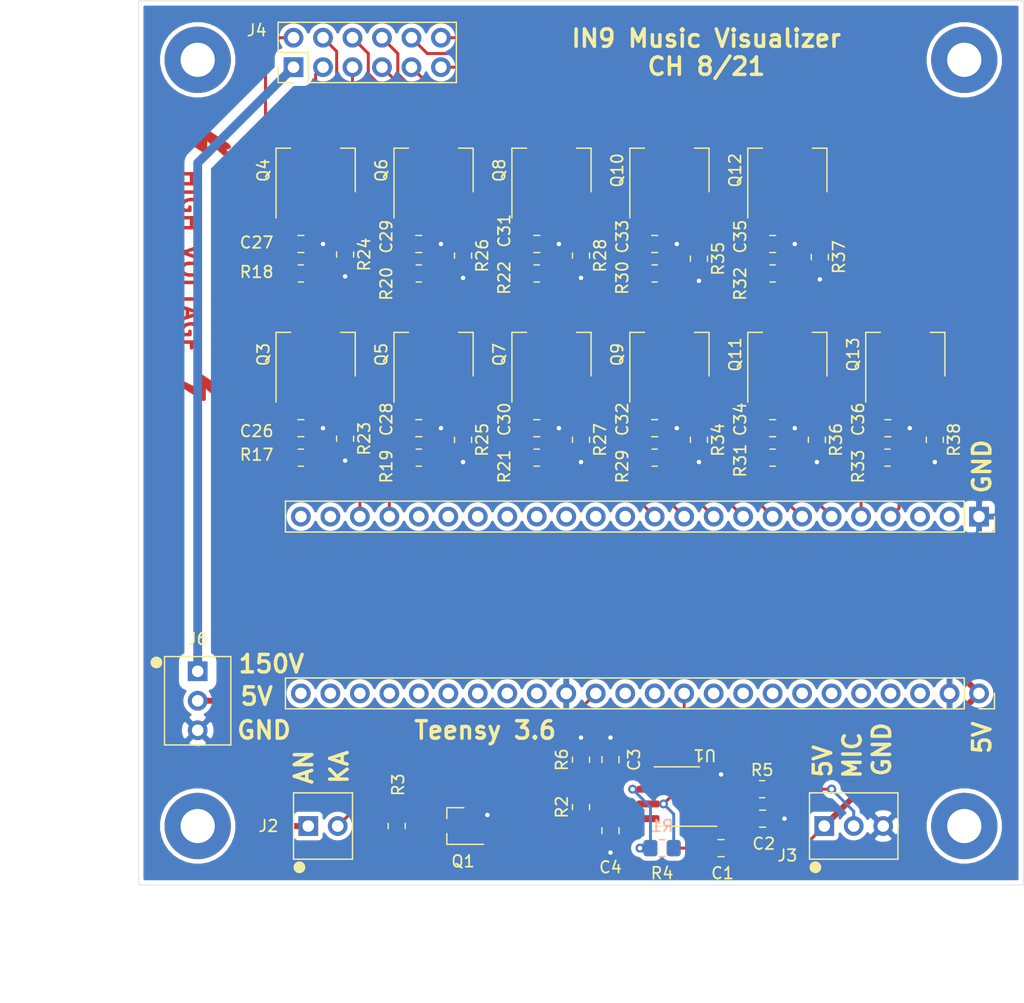
<source format=kicad_pcb>
(kicad_pcb (version 20171130) (host pcbnew "(5.1.9)-1")
  (layers (0 F.Cu signal) (31 B.Cu signal hide) (34 B.Paste user) (35 F.Paste user) (36 B.SilkS user) (37 F.SilkS user) (38 B.Mask user) (39 F.Mask user) (44 Edge.Cuts user))
  (net 0 "")
  (net 1 "Net-(C1-Pad2)")
  (net 2 "Net-(C1-Pad1)")
  (net 3 GND)
  (net 4 "Net-(C2-Pad1)")
  (net 5 /0.625V)
  (net 6 +5V)
  (net 7 "Net-(C26-Pad1)")
  (net 8 "Net-(C27-Pad1)")
  (net 9 "Net-(C28-Pad1)")
  (net 10 "Net-(C29-Pad1)")
  (net 11 "Net-(C30-Pad1)")
  (net 12 "Net-(C31-Pad1)")
  (net 13 "Net-(C32-Pad1)")
  (net 14 /ADC_in)
  (net 15 /pwr_led)
  (net 16 /PWM_10)
  (net 17 /PWM_9)
  (net 18 /PWM_8)
  (net 19 /PWM_7)
  (net 20 /PWM_6)
  (net 21 /PWM_5)
  (net 22 /PWM_4)
  (net 23 /PWM_3)
  (net 24 /PWM_2)
  (net 25 /PWM_1)
  (net 26 /PWM_0)
  (net 27 "Net-(J2-Pad2)")
  (net 28 /MIC_out)
  (net 29 "Net-(Q1-Pad3)")
  (net 30 "Net-(Q3-Pad3)")
  (net 31 "Net-(Q4-Pad3)")
  (net 32 "Net-(Q5-Pad3)")
  (net 33 "Net-(Q6-Pad3)")
  (net 34 "Net-(Q7-Pad3)")
  (net 35 "Net-(Q8-Pad3)")
  (net 36 "Net-(Q9-Pad3)")
  (net 37 "Net-(Q10-Pad3)")
  (net 38 "Net-(Q11-Pad3)")
  (net 39 "Net-(Q12-Pad3)")
  (net 40 "Net-(Q13-Pad3)")
  (net 41 "Net-(R1-Pad2)")
  (net 42 150V)
  (net 43 "Net-(C33-Pad1)")
  (net 44 "Net-(C34-Pad1)")
  (net 45 "Net-(C35-Pad1)")
  (net 46 "Net-(J4-Pad12)")
  (net 47 "Net-(J4-Pad11)")
  (net 48 "Net-(J4-Pad10)")
  (net 49 "Net-(J4-Pad9)")
  (net 50 "Net-(J4-Pad8)")
  (net 51 "Net-(J4-Pad7)")
  (net 52 "Net-(J4-Pad6)")
  (net 53 "Net-(J4-Pad5)")
  (net 54 "Net-(J4-Pad4)")
  (net 55 "Net-(J4-Pad3)")
  (net 56 "Net-(J4-Pad2)")
  (net 57 "Net-(MCU1-Pad42)")
  (net 58 "Net-(MCU1-Pad41)")
  (net 59 "Net-(MCU1-Pad45)")
  (net 60 "Net-(MCU1-Pad44)")
  (net 61 "Net-(MCU1-Pad46)")
  (net 62 "Net-(MCU1-Pad43)")
  (net 63 "Net-(MCU1-Pad40)")
  (net 64 "Net-(MCU1-Pad39)")
  (net 65 "Net-(MCU1-Pad37)")
  (net 66 "Net-(MCU1-Pad36)")
  (net 67 "Net-(MCU1-Pad29)")
  (net 68 "Net-(MCU1-Pad32)")
  (net 69 "Net-(MCU1-Pad33)")
  (net 70 "Net-(MCU1-Pad26)")
  (net 71 "Net-(MCU1-Pad31)")
  (net 72 "Net-(MCU1-Pad28)")
  (net 73 "Net-(MCU1-Pad30)")
  (net 74 "Net-(MCU1-Pad27)")
  (net 75 "Net-(MCU1-Pad25)")
  (net 76 "Net-(MCU1-Pad24)")
  (net 77 "Net-(MCU1-Pad23)")
  (net 78 "Net-(MCU1-Pad20)")
  (net 79 "Net-(MCU1-Pad19)")
  (net 80 "Net-(MCU1-Pad18)")
  (net 81 "Net-(MCU1-Pad17)")
  (net 82 "Net-(MCU1-Pad16)")
  (net 83 "Net-(MCU1-Pad15)")
  (net 84 "Net-(MCU1-Pad14)")
  (net 85 "Net-(MCU1-Pad13)")
  (net 86 "Net-(MCU1-Pad3)")
  (net 87 "Net-(MCU1-Pad2)")
  (net 88 "Net-(C36-Pad1)")
  (module Symbol:Symbol_Highvoltage_Type1_CopperTop_Small (layer F.Cu) (at 106.045 83.439 270)
    (fp_text reference REF** hide)
    (fp_text value Symbol_Highvoltage_Type1_CopperTop_Small)
    (fp_line (start 1.397 -2.794) (end 0 -0.889) (layer F.Cu) (width 0.381))
    (fp_line (start 0 -0.889) (end 1.27 -0.889) (layer F.Cu) (width 0.381))
    (fp_line (start -0.254 1.016) (end -0.381 2.032) (layer F.Cu) (width 0.381))
    (fp_line (start -0.381 2.032) (end 0.381 1.397) (layer F.Cu) (width 0.381))
    (fp_line (start 0.381 1.397) (end -0.127 1.651) (layer F.Cu) (width 0.381))
    (fp_line (start -0.127 1.651) (end 1.651 -1.143) (layer F.Cu) (width 0.381))
    (fp_line (start 1.651 -1.143) (end 0.381 -1.143) (layer F.Cu) (width 0.381))
    (fp_line (start 0.381 -1.143) (end 2.159 -3.175) (layer F.Cu) (width 0.381))
    (fp_line (start 2.159 -3.175) (end 1.397 -2.667) (layer F.Cu) (width 0.381))
    (fp_line (start 1.397 -2.667) (end 1.27 -3.175) (layer F.Cu) (width 0.381))
    (fp_line (start 1.143 -3.048) (end -0.381 -0.762) (layer F.Cu) (width 0.381))
    (fp_line (start -0.381 -0.762) (end 1.016 -0.762) (layer F.Cu) (width 0.381))
    (fp_line (start 1.016 -0.762) (end -0.127 1.524) (layer F.Cu) (width 0.381))
    (fp_line (start -0.127 1.524) (end -0.254 1.016) (layer F.Cu) (width 0.381))
  )
  (module Symbol:Symbol_Highvoltage_Type1_CopperTop_Small (layer F.Cu) (at 106.172 62.103 270)
    (fp_text reference REF** hide)
    (fp_text value Symbol_Highvoltage_Type1_CopperTop_Small)
    (fp_line (start 1.397 -2.794) (end 0 -0.889) (layer F.Cu) (width 0.381))
    (fp_line (start 0 -0.889) (end 1.27 -0.889) (layer F.Cu) (width 0.381))
    (fp_line (start -0.254 1.016) (end -0.381 2.032) (layer F.Cu) (width 0.381))
    (fp_line (start -0.381 2.032) (end 0.381 1.397) (layer F.Cu) (width 0.381))
    (fp_line (start 0.381 1.397) (end -0.127 1.651) (layer F.Cu) (width 0.381))
    (fp_line (start -0.127 1.651) (end 1.651 -1.143) (layer F.Cu) (width 0.381))
    (fp_line (start 1.651 -1.143) (end 0.381 -1.143) (layer F.Cu) (width 0.381))
    (fp_line (start 0.381 -1.143) (end 2.159 -3.175) (layer F.Cu) (width 0.381))
    (fp_line (start 2.159 -3.175) (end 1.397 -2.667) (layer F.Cu) (width 0.381))
    (fp_line (start 1.397 -2.667) (end 1.27 -3.175) (layer F.Cu) (width 0.381))
    (fp_line (start 1.143 -3.048) (end -0.381 -0.762) (layer F.Cu) (width 0.381))
    (fp_line (start -0.381 -0.762) (end 1.016 -0.762) (layer F.Cu) (width 0.381))
    (fp_line (start 1.016 -0.762) (end -0.127 1.524) (layer F.Cu) (width 0.381))
    (fp_line (start -0.127 1.524) (end -0.254 1.016) (layer F.Cu) (width 0.381))
  )
  (module My_Library:640456-3 (layer F.Cu) (at 106.68 111.125)
    (fp_text reference J6 (at 0 -5.334) (layer F.SilkS))
    (fp_text value PWR_IN)
    (pad 2 thru_hole circle (at 0 0) (size 1.7 1.7) (drill 1) (layers *.Cu *.Mask) (net 6 +5V))
    (pad 1 thru_hole rect (at 0 -2.54) (size 1.7 1.7) (drill 1) (layers *.Cu *.Mask) (net 42 150V))
    (pad 3 thru_hole circle (at 0 2.54) (size 1.7 1.7) (drill 1) (layers *.Cu *.Mask) (net 3 GND))
  )
  (module Resistor_SMD:R_0805_2012Metric_Pad1.20x1.40mm_HandSolder (layer F.Cu) (at 139.7 116.205 90)
    (fp_text reference R6 (at 0 -1.65 90) (layer F.SilkS))
    (fp_text value 10k)
    (pad 2 smd roundrect (at 1 0 90) (size 1.2 1.4) (layers F.Cu F.Paste F.Mask) (roundrect_rratio 0.2083325) (net 3 GND))
    (pad 1 smd roundrect (at -1 0 90) (size 1.2 1.4) (layers F.Cu F.Paste F.Mask) (roundrect_rratio 0.2083325) (net 5 /0.625V))
  )
  (module Resistor_SMD:R_0805_2012Metric_Pad1.20x1.40mm_HandSolder (layer F.Cu) (at 139.7 120.285 90)
    (fp_text reference R2 (at 0 -1.65 90) (layer F.SilkS))
    (fp_text value 69.8k)
    (pad 2 smd roundrect (at 1 0 90) (size 1.2 1.4) (layers F.Cu F.Paste F.Mask) (roundrect_rratio 0.2083325) (net 5 /0.625V))
    (pad 1 smd roundrect (at -1 0 90) (size 1.2 1.4) (layers F.Cu F.Paste F.Mask) (roundrect_rratio 0.2083325) (net 6 +5V))
  )
  (module "My_Library:#4 Hole" (layer F.Cu) (at 172.72 121.92)
    (fp_text reference REF** hide)
    (fp_text value "#4 Hole")
    (pad 1 thru_hole circle (at 0 0) (size 5.715 5.715) (drill 2.9464) (layers *.Cu *.Mask))
  )
  (module "My_Library:#4 Hole" (layer F.Cu) (at 172.72 55.88)
    (fp_text reference REF** hide)
    (fp_text value "#4 Hole")
    (pad 1 thru_hole circle (at 0 0) (size 5.715 5.715) (drill 2.9464) (layers *.Cu *.Mask))
  )
  (module "My_Library:#4 Hole" (layer F.Cu) (at 106.68 121.92)
    (fp_text reference REF** hide)
    (fp_text value "#4 Hole")
    (pad 1 thru_hole circle (at 0 0) (size 5.715 5.715) (drill 2.9464) (layers *.Cu *.Mask))
  )
  (module "My_Library:#4 Hole" (layer F.Cu) (at 106.68 55.88)
    (fp_text reference REF** hide)
    (fp_text value "#4 Hole")
    (pad 1 thru_hole circle (at 0 0) (size 5.715 5.715) (drill 2.9464) (layers *.Cu *.Mask))
  )
  (module Package_SO:SOIC-8_3.9x4.9mm_P1.27mm (layer F.Cu) (at 147.955 119.38 180)
    (fp_text reference U1 (at -2.413 3.556 180 unlocked) (layer F.SilkS))
    (fp_text value LMV358)
    (pad 8 smd roundrect (at 2.475 -1.905 180) (size 1.95 0.6) (layers F.Cu F.Paste F.Mask) (net 6 +5V))
    (pad 7 smd roundrect (at 2.475 -0.635 180) (size 1.95 0.6) (layers F.Cu F.Paste F.Mask) (net 14 /ADC_in))
    (pad 6 smd roundrect (at 2.475 0.635 180) (size 1.95 0.6) (layers F.Cu F.Paste F.Mask) (net 41 "Net-(R1-Pad2)"))
    (pad 5 smd roundrect (at 2.475 1.905 180) (size 1.95 0.6) (layers F.Cu F.Paste F.Mask) (net 5 /0.625V))
    (pad 4 smd roundrect (at -2.475 1.905 180) (size 1.95 0.6) (layers F.Cu F.Paste F.Mask) (net 3 GND))
    (pad 3 smd roundrect (at -2.475 0.635 180) (size 1.95 0.6) (layers F.Cu F.Paste F.Mask) (net 4 "Net-(C2-Pad1)"))
    (pad 2 smd roundrect (at -2.475 -0.635 180) (size 1.95 0.6) (layers F.Cu F.Paste F.Mask) (net 1 "Net-(C1-Pad2)"))
    (pad 1 smd roundrect (at -2.475 -1.905 180) (size 1.95 0.6) (layers F.Cu F.Paste F.Mask) (net 1 "Net-(C1-Pad2)"))
  )
  (module Resistor_SMD:R_0805_2012Metric_Pad1.20x1.40mm_HandSolder (layer F.Cu) (at 170.18 88.63 270)
    (fp_text reference R38 (at 0 -1.65 90) (layer F.SilkS))
    (fp_text value 180)
    (pad 2 smd roundrect (at 1 0 270) (size 1.2 1.4) (layers F.Cu F.Paste F.Mask) (roundrect_rratio 0.2083325) (net 3 GND))
    (pad 1 smd roundrect (at -1 0 270) (size 1.2 1.4) (layers F.Cu F.Paste F.Mask) (roundrect_rratio 0.2083325) (net 40 "Net-(Q13-Pad3)"))
  )
  (module Resistor_SMD:R_0805_2012Metric_Pad1.20x1.40mm_HandSolder (layer F.Cu) (at 160.274 72.882 270)
    (fp_text reference R37 (at 0 -1.65 90) (layer F.SilkS))
    (fp_text value 180)
    (pad 2 smd roundrect (at 1 0 270) (size 1.2 1.4) (layers F.Cu F.Paste F.Mask) (roundrect_rratio 0.2083325) (net 3 GND))
    (pad 1 smd roundrect (at -1 0 270) (size 1.2 1.4) (layers F.Cu F.Paste F.Mask) (roundrect_rratio 0.2083325) (net 39 "Net-(Q12-Pad3)"))
  )
  (module Resistor_SMD:R_0805_2012Metric_Pad1.20x1.40mm_HandSolder (layer F.Cu) (at 160.02 88.63 270)
    (fp_text reference R36 (at 0 -1.65 90) (layer F.SilkS))
    (fp_text value 180)
    (pad 2 smd roundrect (at 1 0 270) (size 1.2 1.4) (layers F.Cu F.Paste F.Mask) (roundrect_rratio 0.2083325) (net 3 GND))
    (pad 1 smd roundrect (at -1 0 270) (size 1.2 1.4) (layers F.Cu F.Paste F.Mask) (roundrect_rratio 0.2083325) (net 38 "Net-(Q11-Pad3)"))
  )
  (module Resistor_SMD:R_0805_2012Metric_Pad1.20x1.40mm_HandSolder (layer F.Cu) (at 149.86 73.025 270)
    (fp_text reference R35 (at 0 -1.65 90) (layer F.SilkS))
    (fp_text value 180)
    (pad 2 smd roundrect (at 1 0 270) (size 1.2 1.4) (layers F.Cu F.Paste F.Mask) (roundrect_rratio 0.2083325) (net 3 GND))
    (pad 1 smd roundrect (at -1 0 270) (size 1.2 1.4) (layers F.Cu F.Paste F.Mask) (roundrect_rratio 0.2083325) (net 37 "Net-(Q10-Pad3)"))
  )
  (module Resistor_SMD:R_0805_2012Metric_Pad1.20x1.40mm_HandSolder (layer F.Cu) (at 149.86 88.63 270)
    (fp_text reference R34 (at 0 -1.65 90) (layer F.SilkS))
    (fp_text value 180)
    (pad 2 smd roundrect (at 1 0 270) (size 1.2 1.4) (layers F.Cu F.Paste F.Mask) (roundrect_rratio 0.2083325) (net 3 GND))
    (pad 1 smd roundrect (at -1 0 270) (size 1.2 1.4) (layers F.Cu F.Paste F.Mask) (roundrect_rratio 0.2083325) (net 36 "Net-(Q9-Pad3)"))
  )
  (module Resistor_SMD:R_0805_2012Metric_Pad1.20x1.40mm_HandSolder (layer F.Cu) (at 166.1 90.17)
    (fp_text reference R33 (at -2.524 0.762 90) (layer F.SilkS))
    (fp_text value 2.2k)
    (pad 2 smd roundrect (at 1 0) (size 1.2 1.4) (layers F.Cu F.Paste F.Mask) (roundrect_rratio 0.2083325) (net 16 /PWM_10))
    (pad 1 smd roundrect (at -1 0) (size 1.2 1.4) (layers F.Cu F.Paste F.Mask) (roundrect_rratio 0.2083325) (net 88 "Net-(C36-Pad1)"))
  )
  (module Resistor_SMD:R_0805_2012Metric_Pad1.20x1.40mm_HandSolder (layer F.Cu) (at 156.21 74.295)
    (fp_text reference R32 (at -2.794 0.889 90) (layer F.SilkS))
    (fp_text value 2.2k)
    (pad 2 smd roundrect (at 1 0) (size 1.2 1.4) (layers F.Cu F.Paste F.Mask) (roundrect_rratio 0.2083325) (net 17 /PWM_9))
    (pad 1 smd roundrect (at -1 0) (size 1.2 1.4) (layers F.Cu F.Paste F.Mask) (roundrect_rratio 0.2083325) (net 45 "Net-(C35-Pad1)"))
  )
  (module Resistor_SMD:R_0805_2012Metric_Pad1.20x1.40mm_HandSolder (layer F.Cu) (at 156.21 90.17)
    (fp_text reference R31 (at -2.794 0.254 90) (layer F.SilkS))
    (fp_text value 2.2k)
    (pad 2 smd roundrect (at 1 0) (size 1.2 1.4) (layers F.Cu F.Paste F.Mask) (roundrect_rratio 0.2083325) (net 18 /PWM_8))
    (pad 1 smd roundrect (at -1 0) (size 1.2 1.4) (layers F.Cu F.Paste F.Mask) (roundrect_rratio 0.2083325) (net 44 "Net-(C34-Pad1)"))
  )
  (module Resistor_SMD:R_0805_2012Metric_Pad1.20x1.40mm_HandSolder (layer F.Cu) (at 146.05 74.295)
    (fp_text reference R30 (at -2.794 0.381 90) (layer F.SilkS))
    (fp_text value 2.2k)
    (pad 2 smd roundrect (at 1 0) (size 1.2 1.4) (layers F.Cu F.Paste F.Mask) (roundrect_rratio 0.2083325) (net 19 /PWM_7))
    (pad 1 smd roundrect (at -1 0) (size 1.2 1.4) (layers F.Cu F.Paste F.Mask) (roundrect_rratio 0.2083325) (net 43 "Net-(C33-Pad1)"))
  )
  (module Resistor_SMD:R_0805_2012Metric_Pad1.20x1.40mm_HandSolder (layer F.Cu) (at 146.05 90.17)
    (fp_text reference R29 (at -2.794 0.762 90) (layer F.SilkS))
    (fp_text value 2.2k)
    (pad 2 smd roundrect (at 1 0) (size 1.2 1.4) (layers F.Cu F.Paste F.Mask) (roundrect_rratio 0.2083325) (net 20 /PWM_6))
    (pad 1 smd roundrect (at -1 0) (size 1.2 1.4) (layers F.Cu F.Paste F.Mask) (roundrect_rratio 0.2083325) (net 13 "Net-(C32-Pad1)"))
  )
  (module Resistor_SMD:R_0805_2012Metric_Pad1.20x1.40mm_HandSolder (layer F.Cu) (at 139.7 72.755 270)
    (fp_text reference R28 (at 0 -1.65 90) (layer F.SilkS))
    (fp_text value 180)
    (pad 2 smd roundrect (at 1 0 270) (size 1.2 1.4) (layers F.Cu F.Paste F.Mask) (roundrect_rratio 0.2083325) (net 3 GND))
    (pad 1 smd roundrect (at -1 0 270) (size 1.2 1.4) (layers F.Cu F.Paste F.Mask) (roundrect_rratio 0.2083325) (net 35 "Net-(Q8-Pad3)"))
  )
  (module Resistor_SMD:R_0805_2012Metric_Pad1.20x1.40mm_HandSolder (layer F.Cu) (at 139.7 88.63 270)
    (fp_text reference R27 (at 0 -1.65 90) (layer F.SilkS))
    (fp_text value 180)
    (pad 2 smd roundrect (at 1 0 270) (size 1.2 1.4) (layers F.Cu F.Paste F.Mask) (roundrect_rratio 0.2083325) (net 3 GND))
    (pad 1 smd roundrect (at -1 0 270) (size 1.2 1.4) (layers F.Cu F.Paste F.Mask) (roundrect_rratio 0.2083325) (net 34 "Net-(Q7-Pad3)"))
  )
  (module Resistor_SMD:R_0805_2012Metric_Pad1.20x1.40mm_HandSolder (layer F.Cu) (at 129.54 72.755 270)
    (fp_text reference R26 (at 0 -1.65 90) (layer F.SilkS))
    (fp_text value 180)
    (pad 2 smd roundrect (at 1 0 270) (size 1.2 1.4) (layers F.Cu F.Paste F.Mask) (roundrect_rratio 0.2083325) (net 3 GND))
    (pad 1 smd roundrect (at -1 0 270) (size 1.2 1.4) (layers F.Cu F.Paste F.Mask) (roundrect_rratio 0.2083325) (net 33 "Net-(Q6-Pad3)"))
  )
  (module Resistor_SMD:R_0805_2012Metric_Pad1.20x1.40mm_HandSolder (layer F.Cu) (at 129.54 88.63 270)
    (fp_text reference R25 (at 0 -1.65 90) (layer F.SilkS))
    (fp_text value 180)
    (pad 2 smd roundrect (at 1 0 270) (size 1.2 1.4) (layers F.Cu F.Paste F.Mask) (roundrect_rratio 0.2083325) (net 3 GND))
    (pad 1 smd roundrect (at -1 0 270) (size 1.2 1.4) (layers F.Cu F.Paste F.Mask) (roundrect_rratio 0.2083325) (net 32 "Net-(Q5-Pad3)"))
  )
  (module Resistor_SMD:R_0805_2012Metric_Pad1.20x1.40mm_HandSolder (layer F.Cu) (at 119.38 72.66 270)
    (fp_text reference R24 (at 0 -1.65 90) (layer F.SilkS))
    (fp_text value 180)
    (pad 2 smd roundrect (at 1 0 270) (size 1.2 1.4) (layers F.Cu F.Paste F.Mask) (roundrect_rratio 0.2083325) (net 3 GND))
    (pad 1 smd roundrect (at -1 0 270) (size 1.2 1.4) (layers F.Cu F.Paste F.Mask) (roundrect_rratio 0.2083325) (net 31 "Net-(Q4-Pad3)"))
  )
  (module Resistor_SMD:R_0805_2012Metric_Pad1.20x1.40mm_HandSolder (layer F.Cu) (at 119.38 88.535 270)
    (fp_text reference R23 (at 0 -1.65 90) (layer F.SilkS))
    (fp_text value 180)
    (pad 2 smd roundrect (at 1 0 270) (size 1.2 1.4) (layers F.Cu F.Paste F.Mask) (roundrect_rratio 0.2083325) (net 3 GND))
    (pad 1 smd roundrect (at -1 0 270) (size 1.2 1.4) (layers F.Cu F.Paste F.Mask) (roundrect_rratio 0.2083325) (net 30 "Net-(Q3-Pad3)"))
  )
  (module Resistor_SMD:R_0805_2012Metric_Pad1.20x1.40mm_HandSolder (layer F.Cu) (at 135.89 74.295)
    (fp_text reference R22 (at -2.794 0.381 90) (layer F.SilkS))
    (fp_text value 2.2k)
    (pad 2 smd roundrect (at 1 0) (size 1.2 1.4) (layers F.Cu F.Paste F.Mask) (roundrect_rratio 0.2083325) (net 21 /PWM_5))
    (pad 1 smd roundrect (at -1 0) (size 1.2 1.4) (layers F.Cu F.Paste F.Mask) (roundrect_rratio 0.2083325) (net 12 "Net-(C31-Pad1)"))
  )
  (module Resistor_SMD:R_0805_2012Metric_Pad1.20x1.40mm_HandSolder (layer F.Cu) (at 135.89 90.17)
    (fp_text reference R21 (at -2.794 0.762 90) (layer F.SilkS))
    (fp_text value 2.2k)
    (pad 2 smd roundrect (at 1 0) (size 1.2 1.4) (layers F.Cu F.Paste F.Mask) (roundrect_rratio 0.2083325) (net 22 /PWM_4))
    (pad 1 smd roundrect (at -1 0) (size 1.2 1.4) (layers F.Cu F.Paste F.Mask) (roundrect_rratio 0.2083325) (net 11 "Net-(C30-Pad1)"))
  )
  (module Resistor_SMD:R_0805_2012Metric_Pad1.20x1.40mm_HandSolder (layer F.Cu) (at 125.73 74.295)
    (fp_text reference R20 (at -2.794 0.889 90) (layer F.SilkS))
    (fp_text value 2.2k)
    (pad 2 smd roundrect (at 1 0) (size 1.2 1.4) (layers F.Cu F.Paste F.Mask) (roundrect_rratio 0.2083325) (net 23 /PWM_3))
    (pad 1 smd roundrect (at -1 0) (size 1.2 1.4) (layers F.Cu F.Paste F.Mask) (roundrect_rratio 0.2083325) (net 10 "Net-(C29-Pad1)"))
  )
  (module Resistor_SMD:R_0805_2012Metric_Pad1.20x1.40mm_HandSolder (layer F.Cu) (at 125.73 90.17)
    (fp_text reference R19 (at -2.794 0.762 90) (layer F.SilkS))
    (fp_text value 2.2k)
    (pad 2 smd roundrect (at 1 0) (size 1.2 1.4) (layers F.Cu F.Paste F.Mask) (roundrect_rratio 0.2083325) (net 24 /PWM_2))
    (pad 1 smd roundrect (at -1 0) (size 1.2 1.4) (layers F.Cu F.Paste F.Mask) (roundrect_rratio 0.2083325) (net 9 "Net-(C28-Pad1)"))
  )
  (module Resistor_SMD:R_0805_2012Metric_Pad1.20x1.40mm_HandSolder (layer F.Cu) (at 115.57 74.295)
    (fp_text reference R18 (at -3.81 -0.127) (layer F.SilkS))
    (fp_text value 2.2k)
    (pad 2 smd roundrect (at 1 0) (size 1.2 1.4) (layers F.Cu F.Paste F.Mask) (roundrect_rratio 0.2083325) (net 25 /PWM_1))
    (pad 1 smd roundrect (at -1 0) (size 1.2 1.4) (layers F.Cu F.Paste F.Mask) (roundrect_rratio 0.2083325) (net 8 "Net-(C27-Pad1)"))
  )
  (module Resistor_SMD:R_0805_2012Metric_Pad1.20x1.40mm_HandSolder (layer F.Cu) (at 115.57 90.17)
    (fp_text reference R17 (at -3.81 -0.254) (layer F.SilkS))
    (fp_text value 2.2k)
    (pad 2 smd roundrect (at 1 0) (size 1.2 1.4) (layers F.Cu F.Paste F.Mask) (roundrect_rratio 0.2083325) (net 26 /PWM_0))
    (pad 1 smd roundrect (at -1 0) (size 1.2 1.4) (layers F.Cu F.Paste F.Mask) (roundrect_rratio 0.2083325) (net 7 "Net-(C26-Pad1)"))
  )
  (module Resistor_SMD:R_0805_2012Metric_Pad1.20x1.40mm_HandSolder (layer F.Cu) (at 155.305 118.745)
    (fp_text reference R5 (at 0 -1.65) (layer F.SilkS))
    (fp_text value 10k)
    (pad 2 smd roundrect (at 1 0) (size 1.2 1.4) (layers F.Cu F.Paste F.Mask) (roundrect_rratio 0.2083325) (net 28 /MIC_out))
    (pad 1 smd roundrect (at -1 0) (size 1.2 1.4) (layers F.Cu F.Paste F.Mask) (roundrect_rratio 0.2083325) (net 4 "Net-(C2-Pad1)"))
  )
  (module Resistor_SMD:R_0805_2012Metric_Pad1.20x1.40mm_HandSolder (layer F.Cu) (at 146.685 123.825)
    (fp_text reference R4 (at 0 2.159) (layer F.SilkS))
    (fp_text value 20k)
    (pad 2 smd roundrect (at 1 0) (size 1.2 1.4) (layers F.Cu F.Paste F.Mask) (roundrect_rratio 0.2083325) (net 2 "Net-(C1-Pad1)"))
    (pad 1 smd roundrect (at -1 0) (size 1.2 1.4) (layers F.Cu F.Paste F.Mask) (roundrect_rratio 0.2083325) (net 41 "Net-(R1-Pad2)"))
  )
  (module Resistor_SMD:R_0805_2012Metric_Pad1.20x1.40mm_HandSolder (layer F.Cu) (at 123.825 121.92 270)
    (fp_text reference R3 (at -3.556 -0.127 90) (layer F.SilkS))
    (fp_text value 330)
    (pad 2 smd roundrect (at 1 0 270) (size 1.2 1.4) (layers F.Cu F.Paste F.Mask) (roundrect_rratio 0.2083325) (net 29 "Net-(Q1-Pad3)"))
    (pad 1 smd roundrect (at -1 0 270) (size 1.2 1.4) (layers F.Cu F.Paste F.Mask) (roundrect_rratio 0.2083325) (net 27 "Net-(J2-Pad2)"))
  )
  (module Resistor_SMD:R_0805_2012Metric_Pad1.20x1.40mm_HandSolder (layer B.Cu) (at 146.685 123.825 180)
    (fp_text reference R1 (at 0 1.905) (layer B.SilkS) (effects (justify mirror)))
    (fp_text value 10k)
    (pad 2 smd roundrect (at 1 0 180) (size 1.2 1.4) (layers B.Cu B.Paste B.Mask) (roundrect_rratio 0.2083325) (net 41 "Net-(R1-Pad2)"))
    (pad 1 smd roundrect (at -1 0 180) (size 1.2 1.4) (layers B.Cu B.Paste B.Mask) (roundrect_rratio 0.2083325) (net 14 /ADC_in))
  )
  (module Package_TO_SOT_SMD:SOT-223-3_TabPin2 (layer F.Cu) (at 167.64 81.28 90)
    (fp_text reference Q13 (at 0 -4.5 90) (layer F.SilkS))
    (fp_text value FZT857TA)
    (pad 1 smd rect (at -3.15 -2.3 90) (size 2 1.5) (layers F.Cu F.Paste F.Mask) (net 88 "Net-(C36-Pad1)"))
    (pad 3 smd rect (at -3.15 2.3 90) (size 2 1.5) (layers F.Cu F.Paste F.Mask) (net 40 "Net-(Q13-Pad3)"))
    (pad 2 smd rect (at -3.15 0 90) (size 2 1.5) (layers F.Cu F.Paste F.Mask) (net 46 "Net-(J4-Pad12)"))
    (pad 2 smd rect (at 3.15 0 90) (size 2 3.8) (layers F.Cu F.Paste F.Mask) (net 46 "Net-(J4-Pad12)"))
  )
  (module Package_TO_SOT_SMD:SOT-223-3_TabPin2 (layer F.Cu) (at 157.48 65.405 90)
    (fp_text reference Q12 (at 0 -4.5 90) (layer F.SilkS))
    (fp_text value FZT857TA)
    (pad 1 smd rect (at -3.15 -2.3 90) (size 2 1.5) (layers F.Cu F.Paste F.Mask) (net 45 "Net-(C35-Pad1)"))
    (pad 3 smd rect (at -3.15 2.3 90) (size 2 1.5) (layers F.Cu F.Paste F.Mask) (net 39 "Net-(Q12-Pad3)"))
    (pad 2 smd rect (at -3.15 0 90) (size 2 1.5) (layers F.Cu F.Paste F.Mask) (net 47 "Net-(J4-Pad11)"))
    (pad 2 smd rect (at 3.15 0 90) (size 2 3.8) (layers F.Cu F.Paste F.Mask) (net 47 "Net-(J4-Pad11)"))
  )
  (module Package_TO_SOT_SMD:SOT-223-3_TabPin2 (layer F.Cu) (at 157.48 81.28 90)
    (fp_text reference Q11 (at 0 -4.5 90) (layer F.SilkS))
    (fp_text value FZT857TA)
    (pad 1 smd rect (at -3.15 -2.3 90) (size 2 1.5) (layers F.Cu F.Paste F.Mask) (net 44 "Net-(C34-Pad1)"))
    (pad 3 smd rect (at -3.15 2.3 90) (size 2 1.5) (layers F.Cu F.Paste F.Mask) (net 38 "Net-(Q11-Pad3)"))
    (pad 2 smd rect (at -3.15 0 90) (size 2 1.5) (layers F.Cu F.Paste F.Mask) (net 48 "Net-(J4-Pad10)"))
    (pad 2 smd rect (at 3.15 0 90) (size 2 3.8) (layers F.Cu F.Paste F.Mask) (net 48 "Net-(J4-Pad10)"))
  )
  (module Package_TO_SOT_SMD:SOT-223-3_TabPin2 (layer F.Cu) (at 147.32 65.405 90)
    (fp_text reference Q10 (at 0 -4.5 90) (layer F.SilkS))
    (fp_text value FZT857TA)
    (pad 1 smd rect (at -3.15 -2.3 90) (size 2 1.5) (layers F.Cu F.Paste F.Mask) (net 43 "Net-(C33-Pad1)"))
    (pad 3 smd rect (at -3.15 2.3 90) (size 2 1.5) (layers F.Cu F.Paste F.Mask) (net 37 "Net-(Q10-Pad3)"))
    (pad 2 smd rect (at -3.15 0 90) (size 2 1.5) (layers F.Cu F.Paste F.Mask) (net 49 "Net-(J4-Pad9)"))
    (pad 2 smd rect (at 3.15 0 90) (size 2 3.8) (layers F.Cu F.Paste F.Mask) (net 49 "Net-(J4-Pad9)"))
  )
  (module Package_TO_SOT_SMD:SOT-223-3_TabPin2 (layer F.Cu) (at 147.32 81.28 90)
    (fp_text reference Q9 (at 0 -4.5 90) (layer F.SilkS))
    (fp_text value FZT857TA)
    (pad 1 smd rect (at -3.15 -2.3 90) (size 2 1.5) (layers F.Cu F.Paste F.Mask) (net 13 "Net-(C32-Pad1)"))
    (pad 3 smd rect (at -3.15 2.3 90) (size 2 1.5) (layers F.Cu F.Paste F.Mask) (net 36 "Net-(Q9-Pad3)"))
    (pad 2 smd rect (at -3.15 0 90) (size 2 1.5) (layers F.Cu F.Paste F.Mask) (net 50 "Net-(J4-Pad8)"))
    (pad 2 smd rect (at 3.15 0 90) (size 2 3.8) (layers F.Cu F.Paste F.Mask) (net 50 "Net-(J4-Pad8)"))
  )
  (module Package_TO_SOT_SMD:SOT-223-3_TabPin2 (layer F.Cu) (at 137.16 65.405 90)
    (fp_text reference Q8 (at 0 -4.5 90) (layer F.SilkS))
    (fp_text value FZT857TA)
    (pad 1 smd rect (at -3.15 -2.3 90) (size 2 1.5) (layers F.Cu F.Paste F.Mask) (net 12 "Net-(C31-Pad1)"))
    (pad 3 smd rect (at -3.15 2.3 90) (size 2 1.5) (layers F.Cu F.Paste F.Mask) (net 35 "Net-(Q8-Pad3)"))
    (pad 2 smd rect (at -3.15 0 90) (size 2 1.5) (layers F.Cu F.Paste F.Mask) (net 51 "Net-(J4-Pad7)"))
    (pad 2 smd rect (at 3.15 0 90) (size 2 3.8) (layers F.Cu F.Paste F.Mask) (net 51 "Net-(J4-Pad7)"))
  )
  (module Package_TO_SOT_SMD:SOT-223-3_TabPin2 (layer F.Cu) (at 137.16 81.28 90)
    (fp_text reference Q7 (at 0 -4.5 90) (layer F.SilkS))
    (fp_text value FZT857TA)
    (pad 1 smd rect (at -3.15 -2.3 90) (size 2 1.5) (layers F.Cu F.Paste F.Mask) (net 11 "Net-(C30-Pad1)"))
    (pad 3 smd rect (at -3.15 2.3 90) (size 2 1.5) (layers F.Cu F.Paste F.Mask) (net 34 "Net-(Q7-Pad3)"))
    (pad 2 smd rect (at -3.15 0 90) (size 2 1.5) (layers F.Cu F.Paste F.Mask) (net 52 "Net-(J4-Pad6)"))
    (pad 2 smd rect (at 3.15 0 90) (size 2 3.8) (layers F.Cu F.Paste F.Mask) (net 52 "Net-(J4-Pad6)"))
  )
  (module Package_TO_SOT_SMD:SOT-223-3_TabPin2 (layer F.Cu) (at 127 65.405 90)
    (fp_text reference Q6 (at 0 -4.5 90) (layer F.SilkS))
    (fp_text value FZT857TA)
    (pad 1 smd rect (at -3.15 -2.3 90) (size 2 1.5) (layers F.Cu F.Paste F.Mask) (net 10 "Net-(C29-Pad1)"))
    (pad 3 smd rect (at -3.15 2.3 90) (size 2 1.5) (layers F.Cu F.Paste F.Mask) (net 33 "Net-(Q6-Pad3)"))
    (pad 2 smd rect (at -3.15 0 90) (size 2 1.5) (layers F.Cu F.Paste F.Mask) (net 53 "Net-(J4-Pad5)"))
    (pad 2 smd rect (at 3.15 0 90) (size 2 3.8) (layers F.Cu F.Paste F.Mask) (net 53 "Net-(J4-Pad5)"))
  )
  (module Package_TO_SOT_SMD:SOT-223-3_TabPin2 (layer F.Cu) (at 127 81.28 90)
    (fp_text reference Q5 (at 0 -4.5 90) (layer F.SilkS))
    (fp_text value FZT857TA)
    (pad 1 smd rect (at -3.15 -2.3 90) (size 2 1.5) (layers F.Cu F.Paste F.Mask) (net 9 "Net-(C28-Pad1)"))
    (pad 3 smd rect (at -3.15 2.3 90) (size 2 1.5) (layers F.Cu F.Paste F.Mask) (net 32 "Net-(Q5-Pad3)"))
    (pad 2 smd rect (at -3.15 0 90) (size 2 1.5) (layers F.Cu F.Paste F.Mask) (net 54 "Net-(J4-Pad4)"))
    (pad 2 smd rect (at 3.15 0 90) (size 2 3.8) (layers F.Cu F.Paste F.Mask) (net 54 "Net-(J4-Pad4)"))
  )
  (module Package_TO_SOT_SMD:SOT-223-3_TabPin2 (layer F.Cu) (at 116.84 65.405 90)
    (fp_text reference Q4 (at 0 -4.5 90) (layer F.SilkS))
    (fp_text value FZT857TA)
    (pad 1 smd rect (at -3.15 -2.3 90) (size 2 1.5) (layers F.Cu F.Paste F.Mask) (net 8 "Net-(C27-Pad1)"))
    (pad 3 smd rect (at -3.15 2.3 90) (size 2 1.5) (layers F.Cu F.Paste F.Mask) (net 31 "Net-(Q4-Pad3)"))
    (pad 2 smd rect (at -3.15 0 90) (size 2 1.5) (layers F.Cu F.Paste F.Mask) (net 55 "Net-(J4-Pad3)"))
    (pad 2 smd rect (at 3.15 0 90) (size 2 3.8) (layers F.Cu F.Paste F.Mask) (net 55 "Net-(J4-Pad3)"))
  )
  (module Package_TO_SOT_SMD:SOT-223-3_TabPin2 (layer F.Cu) (at 116.84 81.28 90)
    (fp_text reference Q3 (at 0 -4.5 90) (layer F.SilkS))
    (fp_text value FZT857TA)
    (pad 1 smd rect (at -3.15 -2.3 90) (size 2 1.5) (layers F.Cu F.Paste F.Mask) (net 7 "Net-(C26-Pad1)"))
    (pad 3 smd rect (at -3.15 2.3 90) (size 2 1.5) (layers F.Cu F.Paste F.Mask) (net 30 "Net-(Q3-Pad3)"))
    (pad 2 smd rect (at -3.15 0 90) (size 2 1.5) (layers F.Cu F.Paste F.Mask) (net 56 "Net-(J4-Pad2)"))
    (pad 2 smd rect (at 3.15 0 90) (size 2 3.8) (layers F.Cu F.Paste F.Mask) (net 56 "Net-(J4-Pad2)"))
  )
  (module Package_TO_SOT_SMD:SOT-23_Handsoldering (layer F.Cu) (at 128.905 121.92 180)
    (fp_text reference Q1 (at -0.635 -3.048) (layer F.SilkS))
    (fp_text value DMN6140L-13)
    (pad 3 smd rect (at 1.5 0 180) (size 1.9 0.8) (layers F.Cu F.Paste F.Mask) (net 29 "Net-(Q1-Pad3)"))
    (pad 2 smd rect (at -1.5 0.95 180) (size 1.9 0.8) (layers F.Cu F.Paste F.Mask) (net 3 GND))
    (pad 1 smd rect (at -1.5 -0.95 180) (size 1.9 0.8) (layers F.Cu F.Paste F.Mask) (net 15 /pwr_led))
  )
  (module Connector_PinHeader_2.54mm:PinHeader_2x06_P2.54mm_Vertical (layer F.Cu) (at 114.935 56.515 90)
    (fp_text reference J4 (at 3.175 -3.175 180) (layer F.SilkS))
    (fp_text value IN9_MOUNTING_BOARD)
    (pad 12 thru_hole oval (at 2.54 12.7 90) (size 1.7 1.7) (drill 1) (layers *.Cu *.Mask) (net 46 "Net-(J4-Pad12)"))
    (pad 11 thru_hole oval (at 0 12.7 90) (size 1.7 1.7) (drill 1) (layers *.Cu *.Mask) (net 47 "Net-(J4-Pad11)"))
    (pad 10 thru_hole oval (at 2.54 10.16 90) (size 1.7 1.7) (drill 1) (layers *.Cu *.Mask) (net 48 "Net-(J4-Pad10)"))
    (pad 9 thru_hole oval (at 0 10.16 90) (size 1.7 1.7) (drill 1) (layers *.Cu *.Mask) (net 49 "Net-(J4-Pad9)"))
    (pad 8 thru_hole oval (at 2.54 7.62 90) (size 1.7 1.7) (drill 1) (layers *.Cu *.Mask) (net 50 "Net-(J4-Pad8)"))
    (pad 7 thru_hole oval (at 0 7.62 90) (size 1.7 1.7) (drill 1) (layers *.Cu *.Mask) (net 51 "Net-(J4-Pad7)"))
    (pad 6 thru_hole oval (at 2.54 5.08 90) (size 1.7 1.7) (drill 1) (layers *.Cu *.Mask) (net 52 "Net-(J4-Pad6)"))
    (pad 5 thru_hole oval (at 0 5.08 90) (size 1.7 1.7) (drill 1) (layers *.Cu *.Mask) (net 53 "Net-(J4-Pad5)"))
    (pad 4 thru_hole oval (at 2.54 2.54 90) (size 1.7 1.7) (drill 1) (layers *.Cu *.Mask) (net 54 "Net-(J4-Pad4)"))
    (pad 3 thru_hole oval (at 0 2.54 90) (size 1.7 1.7) (drill 1) (layers *.Cu *.Mask) (net 55 "Net-(J4-Pad3)"))
    (pad 2 thru_hole oval (at 2.54 0 90) (size 1.7 1.7) (drill 1) (layers *.Cu *.Mask) (net 56 "Net-(J4-Pad2)"))
    (pad 1 thru_hole rect (at 0 0 90) (size 1.7 1.7) (drill 1) (layers *.Cu *.Mask) (net 42 150V))
  )
  (module My_Library:640456-3 (layer F.Cu) (at 163.195 121.92 90)
    (fp_text reference J3 (at -2.54 -5.715 180) (layer F.SilkS))
    (fp_text value MIC_INPUT)
    (pad 2 thru_hole circle (at 0 0 90) (size 1.7 1.7) (drill 1) (layers *.Cu *.Mask) (net 28 /MIC_out))
    (pad 1 thru_hole rect (at 0 -2.54 90) (size 1.7 1.7) (drill 1) (layers *.Cu *.Mask) (net 6 +5V))
    (pad 3 thru_hole circle (at 0 2.54 90) (size 1.7 1.7) (drill 1) (layers *.Cu *.Mask) (net 3 GND))
  )
  (module My_Library:640456-2 (layer F.Cu) (at 117.475 121.92 90)
    (fp_text reference J2 (at 0 -4.699 180) (layer F.SilkS))
    (fp_text value PWR_IN)
    (pad 2 thru_hole circle (at 0 1.27 90) (size 1.7 1.7) (drill 1) (layers *.Cu *.Mask) (net 27 "Net-(J2-Pad2)"))
    (pad 1 thru_hole rect (at 0 -1.27 90) (size 1.7 1.7) (drill 1) (layers *.Cu *.Mask) (net 6 +5V))
  )
  (module My_Library:Teensy3.6 (layer F.Cu) (at 173.99 102.87 270)
    (fp_text reference MCU1 hide)
    (fp_text value "Teensy 3.6")
    (pad 42 thru_hole oval (at 7.62 15.24 270) (size 1.7 1.7) (drill 1) (layers *.Cu *.Mask) (net 57 "Net-(MCU1-Pad42)"))
    (pad 41 thru_hole oval (at 7.62 17.78 270) (size 1.7 1.7) (drill 1) (layers *.Cu *.Mask) (net 58 "Net-(MCU1-Pad41)"))
    (pad 48 thru_hole circle (at 7.62 0 270) (size 1.7 1.7) (drill 1) (layers *.Cu *.Mask) (net 6 +5V))
    (pad 45 thru_hole oval (at 7.62 7.62 270) (size 1.7 1.7) (drill 1) (layers *.Cu *.Mask) (net 59 "Net-(MCU1-Pad45)"))
    (pad 47 thru_hole oval (at 7.62 2.54 270) (size 1.7 1.7) (drill 1) (layers *.Cu *.Mask) (net 3 GND))
    (pad 44 thru_hole oval (at 7.62 10.16 270) (size 1.7 1.7) (drill 1) (layers *.Cu *.Mask) (net 60 "Net-(MCU1-Pad44)"))
    (pad 46 thru_hole oval (at 7.62 5.08 270) (size 1.7 1.7) (drill 1) (layers *.Cu *.Mask) (net 61 "Net-(MCU1-Pad46)"))
    (pad 43 thru_hole oval (at 7.62 12.7 270) (size 1.7 1.7) (drill 1) (layers *.Cu *.Mask) (net 62 "Net-(MCU1-Pad43)"))
    (pad 40 thru_hole oval (at 7.62 20.32 270) (size 1.7 1.7) (drill 1) (layers *.Cu *.Mask) (net 63 "Net-(MCU1-Pad40)"))
    (pad 39 thru_hole oval (at 7.62 22.86 270) (size 1.7 1.7) (drill 1) (layers *.Cu *.Mask) (net 64 "Net-(MCU1-Pad39)"))
    (pad 38 thru_hole oval (at 7.62 25.4 270) (size 1.7 1.7) (drill 1) (layers *.Cu *.Mask) (net 14 /ADC_in))
    (pad 37 thru_hole oval (at 7.62 27.94 270) (size 1.7 1.7) (drill 1) (layers *.Cu *.Mask) (net 65 "Net-(MCU1-Pad37)"))
    (pad 36 thru_hole oval (at 7.62 30.48 270) (size 1.7 1.7) (drill 1) (layers *.Cu *.Mask) (net 66 "Net-(MCU1-Pad36)"))
    (pad 35 thru_hole oval (at 7.62 33.02 270) (size 1.7 1.7) (drill 1) (layers *.Cu *.Mask) (net 15 /pwr_led))
    (pad 29 thru_hole oval (at 7.62 48.26 270) (size 1.7 1.7) (drill 1) (layers *.Cu *.Mask) (net 67 "Net-(MCU1-Pad29)"))
    (pad 32 thru_hole oval (at 7.62 40.64 270) (size 1.7 1.7) (drill 1) (layers *.Cu *.Mask) (net 68 "Net-(MCU1-Pad32)"))
    (pad 33 thru_hole oval (at 7.62 38.1 270) (size 1.7 1.7) (drill 1) (layers *.Cu *.Mask) (net 69 "Net-(MCU1-Pad33)"))
    (pad 34 thru_hole oval (at 7.62 35.56 270) (size 1.7 1.7) (drill 1) (layers *.Cu *.Mask) (net 3 GND))
    (pad 26 thru_hole oval (at 7.62 55.88 270) (size 1.7 1.7) (drill 1) (layers *.Cu *.Mask) (net 70 "Net-(MCU1-Pad26)"))
    (pad 31 thru_hole oval (at 7.62 43.18 270) (size 1.7 1.7) (drill 1) (layers *.Cu *.Mask) (net 71 "Net-(MCU1-Pad31)"))
    (pad 28 thru_hole oval (at 7.62 50.8 270) (size 1.7 1.7) (drill 1) (layers *.Cu *.Mask) (net 72 "Net-(MCU1-Pad28)"))
    (pad 30 thru_hole oval (at 7.62 45.72 270) (size 1.7 1.7) (drill 1) (layers *.Cu *.Mask) (net 73 "Net-(MCU1-Pad30)"))
    (pad 27 thru_hole oval (at 7.62 53.34 270) (size 1.7 1.7) (drill 1) (layers *.Cu *.Mask) (net 74 "Net-(MCU1-Pad27)"))
    (pad 25 thru_hole oval (at 7.62 58.42 270) (size 1.7 1.7) (drill 1) (layers *.Cu *.Mask) (net 75 "Net-(MCU1-Pad25)"))
    (pad 24 thru_hole oval (at -7.62 58.42 270) (size 1.7 1.7) (drill 1) (layers *.Cu *.Mask) (net 76 "Net-(MCU1-Pad24)"))
    (pad 23 thru_hole oval (at -7.62 55.88 270) (size 1.7 1.7) (drill 1) (layers *.Cu *.Mask) (net 77 "Net-(MCU1-Pad23)"))
    (pad 22 thru_hole oval (at -7.62 53.34 270) (size 1.7 1.7) (drill 1) (layers *.Cu *.Mask) (net 26 /PWM_0))
    (pad 21 thru_hole oval (at -7.62 50.8 270) (size 1.7 1.7) (drill 1) (layers *.Cu *.Mask) (net 25 /PWM_1))
    (pad 20 thru_hole oval (at -7.62 48.26 270) (size 1.7 1.7) (drill 1) (layers *.Cu *.Mask) (net 78 "Net-(MCU1-Pad20)"))
    (pad 19 thru_hole oval (at -7.62 45.72 270) (size 1.7 1.7) (drill 1) (layers *.Cu *.Mask) (net 79 "Net-(MCU1-Pad19)"))
    (pad 18 thru_hole oval (at -7.62 43.18 270) (size 1.7 1.7) (drill 1) (layers *.Cu *.Mask) (net 80 "Net-(MCU1-Pad18)"))
    (pad 17 thru_hole oval (at -7.62 40.64 270) (size 1.7 1.7) (drill 1) (layers *.Cu *.Mask) (net 81 "Net-(MCU1-Pad17)"))
    (pad 16 thru_hole oval (at -7.62 38.1 270) (size 1.7 1.7) (drill 1) (layers *.Cu *.Mask) (net 82 "Net-(MCU1-Pad16)"))
    (pad 15 thru_hole oval (at -7.62 35.56 270) (size 1.7 1.7) (drill 1) (layers *.Cu *.Mask) (net 83 "Net-(MCU1-Pad15)"))
    (pad 14 thru_hole oval (at -7.62 33.02 270) (size 1.7 1.7) (drill 1) (layers *.Cu *.Mask) (net 84 "Net-(MCU1-Pad14)"))
    (pad 13 thru_hole oval (at -7.62 30.48 270) (size 1.7 1.7) (drill 1) (layers *.Cu *.Mask) (net 85 "Net-(MCU1-Pad13)"))
    (pad 12 thru_hole oval (at -7.62 27.94 270) (size 1.7 1.7) (drill 1) (layers *.Cu *.Mask) (net 24 /PWM_2))
    (pad 11 thru_hole oval (at -7.62 25.4 270) (size 1.7 1.7) (drill 1) (layers *.Cu *.Mask) (net 23 /PWM_3))
    (pad 10 thru_hole oval (at -7.62 22.86 270) (size 1.7 1.7) (drill 1) (layers *.Cu *.Mask) (net 22 /PWM_4))
    (pad 9 thru_hole oval (at -7.62 20.32 270) (size 1.7 1.7) (drill 1) (layers *.Cu *.Mask) (net 21 /PWM_5))
    (pad 8 thru_hole oval (at -7.62 17.78 270) (size 1.7 1.7) (drill 1) (layers *.Cu *.Mask) (net 20 /PWM_6))
    (pad 7 thru_hole oval (at -7.62 15.24 270) (size 1.7 1.7) (drill 1) (layers *.Cu *.Mask) (net 19 /PWM_7))
    (pad 6 thru_hole oval (at -7.62 12.7 270) (size 1.7 1.7) (drill 1) (layers *.Cu *.Mask) (net 18 /PWM_8))
    (pad 5 thru_hole oval (at -7.62 10.16 270) (size 1.7 1.7) (drill 1) (layers *.Cu *.Mask) (net 17 /PWM_9))
    (pad 4 thru_hole oval (at -7.62 7.62 270) (size 1.7 1.7) (drill 1) (layers *.Cu *.Mask) (net 16 /PWM_10))
    (pad 3 thru_hole oval (at -7.62 5.08 270) (size 1.7 1.7) (drill 1) (layers *.Cu *.Mask) (net 86 "Net-(MCU1-Pad3)"))
    (pad 2 thru_hole oval (at -7.62 2.54 270) (size 1.7 1.7) (drill 1) (layers *.Cu *.Mask) (net 87 "Net-(MCU1-Pad2)"))
    (pad 1 thru_hole rect (at -7.62 0 270) (size 1.7 1.7) (drill 1) (layers *.Cu *.Mask) (net 3 GND))
  )
  (module Capacitor_SMD:C_0805_2012Metric_Pad1.18x1.45mm_HandSolder (layer F.Cu) (at 166.1375 87.63)
    (fp_text reference C36 (at -2.5615 -0.762 90) (layer F.SilkS))
    (fp_text value 4.7uF)
    (pad 2 smd roundrect (at 1.0375 0) (size 1.175 1.45) (layers F.Cu F.Paste F.Mask) (roundrect_rratio 0.2127659574468085) (net 3 GND))
    (pad 1 smd roundrect (at -1.0375 0) (size 1.175 1.45) (layers F.Cu F.Paste F.Mask) (roundrect_rratio 0.2127659574468085) (net 88 "Net-(C36-Pad1)"))
  )
  (module Capacitor_SMD:C_0805_2012Metric_Pad1.18x1.45mm_HandSolder (layer F.Cu) (at 156.21 71.755)
    (fp_text reference C35 (at -2.794 -0.635 90) (layer F.SilkS))
    (fp_text value 4.7uF)
    (pad 2 smd roundrect (at 1.0375 0) (size 1.175 1.45) (layers F.Cu F.Paste F.Mask) (roundrect_rratio 0.2127659574468085) (net 3 GND))
    (pad 1 smd roundrect (at -1.0375 0) (size 1.175 1.45) (layers F.Cu F.Paste F.Mask) (roundrect_rratio 0.2127659574468085) (net 45 "Net-(C35-Pad1)"))
  )
  (module Capacitor_SMD:C_0805_2012Metric_Pad1.18x1.45mm_HandSolder (layer F.Cu) (at 156.21 87.63)
    (fp_text reference C34 (at -2.794 -0.762 90) (layer F.SilkS))
    (fp_text value 4.7uF)
    (pad 2 smd roundrect (at 1.0375 0) (size 1.175 1.45) (layers F.Cu F.Paste F.Mask) (roundrect_rratio 0.2127659574468085) (net 3 GND))
    (pad 1 smd roundrect (at -1.0375 0) (size 1.175 1.45) (layers F.Cu F.Paste F.Mask) (roundrect_rratio 0.2127659574468085) (net 44 "Net-(C34-Pad1)"))
  )
  (module Capacitor_SMD:C_0805_2012Metric_Pad1.18x1.45mm_HandSolder (layer F.Cu) (at 146.05 71.755)
    (fp_text reference C33 (at -2.794 -0.635 90) (layer F.SilkS))
    (fp_text value 4.7uF)
    (pad 2 smd roundrect (at 1.0375 0) (size 1.175 1.45) (layers F.Cu F.Paste F.Mask) (roundrect_rratio 0.2127659574468085) (net 3 GND))
    (pad 1 smd roundrect (at -1.0375 0) (size 1.175 1.45) (layers F.Cu F.Paste F.Mask) (roundrect_rratio 0.2127659574468085) (net 43 "Net-(C33-Pad1)"))
  )
  (module Capacitor_SMD:C_0805_2012Metric_Pad1.18x1.45mm_HandSolder (layer F.Cu) (at 146.05 87.63)
    (fp_text reference C32 (at -2.794 -0.762 90) (layer F.SilkS))
    (fp_text value 4.7uF)
    (pad 2 smd roundrect (at 1.0375 0) (size 1.175 1.45) (layers F.Cu F.Paste F.Mask) (roundrect_rratio 0.2127659574468085) (net 3 GND))
    (pad 1 smd roundrect (at -1.0375 0) (size 1.175 1.45) (layers F.Cu F.Paste F.Mask) (roundrect_rratio 0.2127659574468085) (net 13 "Net-(C32-Pad1)"))
  )
  (module Capacitor_SMD:C_0805_2012Metric_Pad1.18x1.45mm_HandSolder (layer F.Cu) (at 135.89 71.755)
    (fp_text reference C31 (at -2.794 -1.143 90) (layer F.SilkS))
    (fp_text value 4.7uF)
    (pad 2 smd roundrect (at 1.0375 0) (size 1.175 1.45) (layers F.Cu F.Paste F.Mask) (roundrect_rratio 0.2127659574468085) (net 3 GND))
    (pad 1 smd roundrect (at -1.0375 0) (size 1.175 1.45) (layers F.Cu F.Paste F.Mask) (roundrect_rratio 0.2127659574468085) (net 12 "Net-(C31-Pad1)"))
  )
  (module Capacitor_SMD:C_0805_2012Metric_Pad1.18x1.45mm_HandSolder (layer F.Cu) (at 135.89 87.63)
    (fp_text reference C30 (at -2.794 -0.762 90) (layer F.SilkS))
    (fp_text value 4.7uF)
    (pad 2 smd roundrect (at 1.0375 0) (size 1.175 1.45) (layers F.Cu F.Paste F.Mask) (roundrect_rratio 0.2127659574468085) (net 3 GND))
    (pad 1 smd roundrect (at -1.0375 0) (size 1.175 1.45) (layers F.Cu F.Paste F.Mask) (roundrect_rratio 0.2127659574468085) (net 11 "Net-(C30-Pad1)"))
  )
  (module Capacitor_SMD:C_0805_2012Metric_Pad1.18x1.45mm_HandSolder (layer F.Cu) (at 125.73 71.755)
    (fp_text reference C29 (at -2.794 -0.635 90) (layer F.SilkS))
    (fp_text value 4.7uF)
    (pad 2 smd roundrect (at 1.0375 0) (size 1.175 1.45) (layers F.Cu F.Paste F.Mask) (roundrect_rratio 0.2127659574468085) (net 3 GND))
    (pad 1 smd roundrect (at -1.0375 0) (size 1.175 1.45) (layers F.Cu F.Paste F.Mask) (roundrect_rratio 0.2127659574468085) (net 10 "Net-(C29-Pad1)"))
  )
  (module Capacitor_SMD:C_0805_2012Metric_Pad1.18x1.45mm_HandSolder (layer F.Cu) (at 125.73 87.63)
    (fp_text reference C28 (at -2.794 -0.762 90) (layer F.SilkS))
    (fp_text value 4.7uF)
    (pad 2 smd roundrect (at 1.0375 0) (size 1.175 1.45) (layers F.Cu F.Paste F.Mask) (roundrect_rratio 0.2127659574468085) (net 3 GND))
    (pad 1 smd roundrect (at -1.0375 0) (size 1.175 1.45) (layers F.Cu F.Paste F.Mask) (roundrect_rratio 0.2127659574468085) (net 9 "Net-(C28-Pad1)"))
  )
  (module Capacitor_SMD:C_0805_2012Metric_Pad1.18x1.45mm_HandSolder (layer F.Cu) (at 115.57 71.755)
    (fp_text reference C27 (at -3.81 -0.127) (layer F.SilkS))
    (fp_text value 4.7uF)
    (pad 2 smd roundrect (at 1.0375 0) (size 1.175 1.45) (layers F.Cu F.Paste F.Mask) (roundrect_rratio 0.2127659574468085) (net 3 GND))
    (pad 1 smd roundrect (at -1.0375 0) (size 1.175 1.45) (layers F.Cu F.Paste F.Mask) (roundrect_rratio 0.2127659574468085) (net 8 "Net-(C27-Pad1)"))
  )
  (module Capacitor_SMD:C_0805_2012Metric_Pad1.18x1.45mm_HandSolder (layer F.Cu) (at 115.57 87.63)
    (fp_text reference C26 (at -3.81 0.254) (layer F.SilkS))
    (fp_text value 4.7uF)
    (pad 2 smd roundrect (at 1.0375 0) (size 1.175 1.45) (layers F.Cu F.Paste F.Mask) (roundrect_rratio 0.2127659574468085) (net 3 GND))
    (pad 1 smd roundrect (at -1.0375 0) (size 1.175 1.45) (layers F.Cu F.Paste F.Mask) (roundrect_rratio 0.2127659574468085) (net 7 "Net-(C26-Pad1)"))
  )
  (module Capacitor_SMD:C_0805_2012Metric_Pad1.18x1.45mm_HandSolder (layer F.Cu) (at 142.24 122.3225 270)
    (fp_text reference C4 (at 3.1535 0 180) (layer F.SilkS))
    (fp_text value 0.1uF)
    (pad 2 smd roundrect (at 1.0375 0 270) (size 1.175 1.45) (layers F.Cu F.Paste F.Mask) (roundrect_rratio 0.2127659574468085) (net 3 GND))
    (pad 1 smd roundrect (at -1.0375 0 270) (size 1.175 1.45) (layers F.Cu F.Paste F.Mask) (roundrect_rratio 0.2127659574468085) (net 6 +5V))
  )
  (module Capacitor_SMD:C_0805_2012Metric_Pad1.18x1.45mm_HandSolder (layer F.Cu) (at 142.24 116.205 90)
    (fp_text reference C3 (at 0 2.032 90) (layer F.SilkS))
    (fp_text value 0.1uF)
    (pad 2 smd roundrect (at 1.0375 0 90) (size 1.175 1.45) (layers F.Cu F.Paste F.Mask) (roundrect_rratio 0.2127659574468085) (net 3 GND))
    (pad 1 smd roundrect (at -1.0375 0 90) (size 1.175 1.45) (layers F.Cu F.Paste F.Mask) (roundrect_rratio 0.2127659574468085) (net 5 /0.625V))
  )
  (module Capacitor_SMD:C_0805_2012Metric_Pad1.18x1.45mm_HandSolder (layer F.Cu) (at 155.3425 121.285)
    (fp_text reference C2 (at 0.1055 2.159) (layer F.SilkS))
    (fp_text value 620pF)
    (pad 2 smd roundrect (at 1.0375 0) (size 1.175 1.45) (layers F.Cu F.Paste F.Mask) (roundrect_rratio 0.2127659574468085) (net 3 GND))
    (pad 1 smd roundrect (at -1.0375 0) (size 1.175 1.45) (layers F.Cu F.Paste F.Mask) (roundrect_rratio 0.2127659574468085) (net 4 "Net-(C2-Pad1)"))
  )
  (module Capacitor_SMD:C_0805_2012Metric_Pad1.18x1.45mm_HandSolder (layer F.Cu) (at 151.765 123.825)
    (fp_text reference C1 (at 0.127 2.159) (layer F.SilkS))
    (fp_text value 0.1uF)
    (pad 2 smd roundrect (at 1.0375 0) (size 1.175 1.45) (layers F.Cu F.Paste F.Mask) (roundrect_rratio 0.2127659574468085) (net 1 "Net-(C1-Pad2)"))
    (pad 1 smd roundrect (at -1.0375 0) (size 1.175 1.45) (layers F.Cu F.Paste F.Mask) (roundrect_rratio 0.2127659574468085) (net 2 "Net-(C1-Pad1)"))
  )
  (gr_text GND (at 112.395 113.665) (layer F.SilkS) (effects (font (size 1.5 1.5) (thickness 0.3))))
  (gr_text 5V (at 111.76 110.744) (layer F.SilkS) (effects (font (size 1.5 1.5) (thickness 0.3))))
  (gr_text 150V (at 113.03 107.95) (layer F.SilkS) (effects (font (size 1.5 1.5) (thickness 0.3))))
  (gr_text "HIGH VOLTAGE" (at 106.045 73.279 270) (layer F.Cu) (effects (font (size 1.5 1.5) (thickness 0.3))))
  (gr_text "IN9 Music Visualizer\nCH 8/21" (at 150.495 55.245) (layer F.SilkS) (effects (font (size 1.5 1.5) (thickness 0.3))))
  (gr_text 5V (at 174.244 114.3 90) (layer F.SilkS) (effects (font (size 1.5 1.5) (thickness 0.3))))
  (gr_text GND (at 174.244 90.932 90) (layer F.SilkS) (effects (font (size 1.5 1.5) (thickness 0.3))))
  (gr_text "Teensy 3.6" (at 131.445 113.665) (layer F.SilkS) (effects (font (size 1.5 1.5) (thickness 0.3))))
  (gr_text GND (at 165.608 115.316 90) (layer F.SilkS) (effects (font (size 1.5 1.5) (thickness 0.3))))
  (gr_text MIC (at 163.068 115.824 90) (layer F.SilkS) (effects (font (size 1.5 1.5) (thickness 0.3))))
  (gr_text 5V (at 160.528 116.332 90) (layer F.SilkS) (effects (font (size 1.5 1.5) (thickness 0.3))))
  (gr_text KA (at 118.872 116.84 90) (layer F.SilkS) (effects (font (size 1.5 1.5) (thickness 0.3))))
  (gr_text AN (at 115.824 116.84 90) (layer F.SilkS) (effects (font (size 1.5 1.5) (thickness 0.3))))
  (gr_line (start 177.8 127) (end 177.8 50.8) (layer Edge.Cuts) (width 0.05))
  (gr_line (start 101.6 50.8) (end 177.8 50.8) (layer Edge.Cuts) (width 0.05))
  (gr_line (start 101.6 127) (end 177.8 127) (layer Edge.Cuts) (width 0.05))
  (gr_line (start 101.6 127) (end 101.6 50.8) (layer Edge.Cuts) (width 0.05))
  (segment (start 150.43 120.015) (end 152.019 120.015) (width 0.254) (layer F.Cu) (net 1))
  (segment (start 152.019 120.015) (end 152.8025 120.7985) (width 0.254) (layer F.Cu) (net 1))
  (segment (start 150.4515 121.3065) (end 150.43 121.285) (width 0.254) (layer F.Cu) (net 1))
  (segment (start 152.8025 121.3065) (end 150.4515 121.3065) (width 0.254) (layer F.Cu) (net 1))
  (segment (start 152.8025 120.7985) (end 152.8025 121.3065) (width 0.254) (layer F.Cu) (net 1))
  (segment (start 152.8025 121.3065) (end 152.8025 123.825) (width 0.254) (layer F.Cu) (net 1))
  (segment (start 147.685 123.825) (end 150.7275 123.825) (width 0.254) (layer F.Cu) (net 2))
  (via (at 119.38 74.549) (size 0.762) (drill 0.381) (layers F.Cu B.Cu) (net 3))
  (via (at 117.475 71.755) (size 0.762) (drill 0.381) (layers F.Cu B.Cu) (net 3))
  (via (at 129.54 74.676) (size 0.762) (drill 0.381) (layers F.Cu B.Cu) (net 3))
  (via (at 127.635 71.755) (size 0.762) (drill 0.381) (layers F.Cu B.Cu) (net 3))
  (via (at 137.795 71.755) (size 0.762) (drill 0.381) (layers F.Cu B.Cu) (net 3))
  (via (at 139.7 74.676) (size 0.762) (drill 0.381) (layers F.Cu B.Cu) (net 3))
  (via (at 147.955 71.755) (size 0.762) (drill 0.381) (layers F.Cu B.Cu) (net 3))
  (via (at 149.86 74.93) (size 0.762) (drill 0.381) (layers F.Cu B.Cu) (net 3))
  (via (at 158.115 71.755) (size 0.762) (drill 0.381) (layers F.Cu B.Cu) (net 3))
  (via (at 160.274 74.803) (size 0.762) (drill 0.381) (layers F.Cu B.Cu) (net 3))
  (via (at 117.475 87.63) (size 0.762) (drill 0.381) (layers F.Cu B.Cu) (net 3))
  (via (at 119.38 90.424) (size 0.762) (drill 0.381) (layers F.Cu B.Cu) (net 3))
  (via (at 127.635 87.63) (size 0.762) (drill 0.381) (layers F.Cu B.Cu) (net 3))
  (via (at 129.54 90.551) (size 0.762) (drill 0.381) (layers F.Cu B.Cu) (net 3))
  (via (at 137.795 87.63) (size 0.762) (drill 0.381) (layers F.Cu B.Cu) (net 3))
  (via (at 139.7 90.551) (size 0.762) (drill 0.381) (layers F.Cu B.Cu) (net 3))
  (via (at 147.955 87.63) (size 0.762) (drill 0.381) (layers F.Cu B.Cu) (net 3))
  (via (at 149.86 90.551) (size 0.762) (drill 0.381) (layers F.Cu B.Cu) (net 3))
  (via (at 168.021 87.63) (size 0.762) (drill 0.381) (layers F.Cu B.Cu) (net 3))
  (via (at 170.18 90.551) (size 0.762) (drill 0.381) (layers F.Cu B.Cu) (net 3))
  (segment (start 117.475 71.755) (end 116.6075 71.755) (width 0.762) (layer F.Cu) (net 3))
  (segment (start 119.38 74.549) (end 119.38 73.66) (width 0.762) (layer F.Cu) (net 3))
  (segment (start 127.635 71.755) (end 126.7675 71.755) (width 0.762) (layer F.Cu) (net 3))
  (segment (start 129.54 74.676) (end 129.54 73.755) (width 0.762) (layer F.Cu) (net 3))
  (segment (start 136.9275 71.755) (end 137.795 71.755) (width 0.762) (layer F.Cu) (net 3))
  (segment (start 139.7 74.676) (end 139.7 73.755) (width 0.762) (layer F.Cu) (net 3))
  (segment (start 147.955 71.755) (end 147.0875 71.755) (width 0.762) (layer F.Cu) (net 3))
  (segment (start 149.86 74.93) (end 149.86 74.025) (width 0.762) (layer F.Cu) (net 3))
  (segment (start 158.115 71.755) (end 157.2475 71.755) (width 0.762) (layer F.Cu) (net 3))
  (segment (start 160.274 74.803) (end 160.274 73.882) (width 0.762) (layer F.Cu) (net 3))
  (segment (start 117.475 87.63) (end 116.6075 87.63) (width 0.762) (layer F.Cu) (net 3))
  (segment (start 119.38 90.424) (end 119.38 89.535) (width 0.762) (layer F.Cu) (net 3))
  (segment (start 127.635 87.63) (end 126.7675 87.63) (width 0.762) (layer F.Cu) (net 3))
  (segment (start 129.54 90.551) (end 129.54 89.63) (width 0.762) (layer F.Cu) (net 3))
  (segment (start 137.795 87.63) (end 136.9275 87.63) (width 0.762) (layer F.Cu) (net 3))
  (segment (start 139.7 90.551) (end 139.7 89.63) (width 0.762) (layer F.Cu) (net 3))
  (segment (start 147.955 87.63) (end 147.0875 87.63) (width 0.762) (layer F.Cu) (net 3))
  (segment (start 149.86 90.551) (end 149.86 89.63) (width 0.762) (layer F.Cu) (net 3))
  (segment (start 168.021 87.63) (end 167.175 87.63) (width 0.762) (layer F.Cu) (net 3))
  (segment (start 170.18 90.551) (end 170.18 89.63) (width 0.762) (layer F.Cu) (net 3))
  (via (at 158.115 87.63) (size 0.762) (drill 0.381) (layers F.Cu B.Cu) (net 3))
  (via (at 160.02 90.551) (size 0.762) (drill 0.381) (layers F.Cu B.Cu) (net 3))
  (segment (start 158.115 87.63) (end 157.2475 87.63) (width 0.762) (layer F.Cu) (net 3))
  (segment (start 160.02 90.551) (end 160.02 89.63) (width 0.762) (layer F.Cu) (net 3))
  (via (at 142.24 114.3) (size 0.762) (drill 0.381) (layers F.Cu B.Cu) (net 3))
  (via (at 139.7 114.3) (size 0.762) (drill 0.381) (layers F.Cu B.Cu) (net 3))
  (segment (start 139.7 115.205) (end 139.7 114.3) (width 0.762) (layer F.Cu) (net 3))
  (segment (start 142.24 114.3) (end 142.24 115.1675) (width 0.762) (layer F.Cu) (net 3))
  (via (at 142.24 124.206) (size 0.762) (drill 0.381) (layers F.Cu B.Cu) (net 3))
  (segment (start 142.24 124.206) (end 142.24 123.36) (width 0.762) (layer F.Cu) (net 3))
  (via (at 157.226 121.285) (size 0.762) (drill 0.381) (layers F.Cu B.Cu) (net 3))
  (segment (start 157.226 121.285) (end 156.38 121.285) (width 0.762) (layer F.Cu) (net 3))
  (via (at 151.765 117.475) (size 0.762) (drill 0.381) (layers F.Cu B.Cu) (net 3))
  (segment (start 150.43 117.475) (end 151.765 117.475) (width 0.508) (layer F.Cu) (net 3))
  (via (at 131.6355 120.9675) (size 0.762) (drill 0.381) (layers F.Cu B.Cu) (net 3))
  (segment (start 131.633 120.97) (end 131.6355 120.9675) (width 0.762) (layer F.Cu) (net 3))
  (segment (start 130.405 120.97) (end 131.633 120.97) (width 0.762) (layer F.Cu) (net 3))
  (segment (start 154.305 121.285) (end 154.305 118.745) (width 0.254) (layer F.Cu) (net 4))
  (segment (start 154.305 118.745) (end 150.43 118.745) (width 0.254) (layer F.Cu) (net 4))
  (segment (start 139.7375 117.2425) (end 139.7 117.205) (width 0.254) (layer F.Cu) (net 5))
  (segment (start 142.24 117.2425) (end 139.7375 117.2425) (width 0.254) (layer F.Cu) (net 5))
  (segment (start 139.7 117.205) (end 139.7 119.285) (width 0.254) (layer F.Cu) (net 5))
  (segment (start 142.4725 117.475) (end 142.24 117.2425) (width 0.254) (layer F.Cu) (net 5))
  (segment (start 145.48 117.475) (end 142.4725 117.475) (width 0.254) (layer F.Cu) (net 5))
  (segment (start 145.48 121.285) (end 139.7 121.285) (width 0.254) (layer F.Cu) (net 6))
  (segment (start 171.45 107.95) (end 173.99 110.49) (width 0.508) (layer F.Cu) (net 6))
  (segment (start 113.665 107.95) (end 171.45 107.95) (width 0.508) (layer F.Cu) (net 6))
  (segment (start 110.49 111.125) (end 113.665 107.95) (width 0.508) (layer F.Cu) (net 6))
  (segment (start 106.68 111.125) (end 110.49 111.125) (width 0.508) (layer F.Cu) (net 6))
  (segment (start 116.205 121.92) (end 114.935 121.92) (width 0.508) (layer F.Cu) (net 6))
  (segment (start 110.49 117.475) (end 110.49 111.125) (width 0.508) (layer F.Cu) (net 6))
  (segment (start 114.935 121.92) (end 110.49 117.475) (width 0.508) (layer F.Cu) (net 6))
  (segment (start 139.7 121.285) (end 139.7 123.825) (width 0.254) (layer F.Cu) (net 6))
  (segment (start 139.7 123.825) (end 141.605 125.73) (width 0.254) (layer F.Cu) (net 6))
  (segment (start 156.845 125.73) (end 160.655 121.92) (width 0.254) (layer F.Cu) (net 6))
  (segment (start 141.605 125.73) (end 156.845 125.73) (width 0.254) (layer F.Cu) (net 6))
  (segment (start 170.18 114.3) (end 168.275 114.3) (width 0.508) (layer F.Cu) (net 6))
  (segment (start 173.99 110.49) (end 170.18 114.3) (width 0.508) (layer F.Cu) (net 6))
  (segment (start 160.655 121.92) (end 168.275 114.3) (width 0.508) (layer F.Cu) (net 6))
  (segment (start 114.57 84.46) (end 114.54 84.43) (width 0.254) (layer F.Cu) (net 7))
  (segment (start 114.57 90.17) (end 114.57 84.46) (width 0.254) (layer F.Cu) (net 7))
  (segment (start 114.57 68.585) (end 114.54 68.555) (width 0.254) (layer F.Cu) (net 8))
  (segment (start 114.57 74.295) (end 114.57 68.585) (width 0.254) (layer F.Cu) (net 8))
  (segment (start 124.73 84.46) (end 124.7 84.43) (width 0.254) (layer F.Cu) (net 9))
  (segment (start 124.73 90.17) (end 124.73 84.46) (width 0.254) (layer F.Cu) (net 9))
  (segment (start 124.73 68.585) (end 124.7 68.555) (width 0.254) (layer F.Cu) (net 10))
  (segment (start 124.73 74.295) (end 124.73 68.585) (width 0.254) (layer F.Cu) (net 10))
  (segment (start 134.89 84.46) (end 134.86 84.43) (width 0.254) (layer F.Cu) (net 11))
  (segment (start 134.89 90.17) (end 134.89 84.46) (width 0.254) (layer F.Cu) (net 11))
  (segment (start 134.89 68.585) (end 134.86 68.555) (width 0.254) (layer F.Cu) (net 12))
  (segment (start 134.89 74.295) (end 134.89 68.585) (width 0.254) (layer F.Cu) (net 12))
  (segment (start 145.05 84.46) (end 145.02 84.43) (width 0.254) (layer F.Cu) (net 13))
  (segment (start 145.05 90.17) (end 145.05 84.46) (width 0.254) (layer F.Cu) (net 13))
  (via (at 146.812 120.015) (size 0.762) (drill 0.381) (layers F.Cu B.Cu) (net 14))
  (segment (start 147.685 120.888) (end 146.812 120.015) (width 0.254) (layer B.Cu) (net 14))
  (segment (start 147.685 123.825) (end 147.685 120.888) (width 0.254) (layer B.Cu) (net 14))
  (segment (start 148.59 118.237) (end 146.812 120.015) (width 0.254) (layer F.Cu) (net 14))
  (segment (start 148.59 110.49) (end 148.59 118.237) (width 0.254) (layer F.Cu) (net 14))
  (segment (start 146.812 120.015) (end 145.48 120.015) (width 0.254) (layer F.Cu) (net 14))
  (segment (start 130.405 122.87) (end 132.781 122.87) (width 0.254) (layer F.Cu) (net 15))
  (segment (start 132.781 122.87) (end 135.509 120.142) (width 0.254) (layer F.Cu) (net 15))
  (segment (start 135.509 115.951) (end 135.509 118.364) (width 0.254) (layer F.Cu) (net 15))
  (segment (start 135.509 118.364) (end 135.509 116.713) (width 0.254) (layer F.Cu) (net 15))
  (segment (start 135.509 120.142) (end 135.509 118.364) (width 0.254) (layer F.Cu) (net 15))
  (segment (start 138.1125 113.3475) (end 135.509 115.951) (width 0.254) (layer F.Cu) (net 15))
  (segment (start 138.1125 113.3475) (end 140.97 110.49) (width 0.254) (layer F.Cu) (net 15))
  (segment (start 167.1 94.52) (end 166.37 95.25) (width 0.254) (layer F.Cu) (net 16))
  (segment (start 167.1 90.17) (end 167.1 94.52) (width 0.254) (layer F.Cu) (net 16))
  (segment (start 155.252999 79.391601) (end 155.252999 76.252001) (width 0.254) (layer F.Cu) (net 17))
  (segment (start 155.252999 76.252001) (end 157.21 74.295) (width 0.254) (layer F.Cu) (net 17))
  (segment (start 157.268398 81.407) (end 155.252999 79.391601) (width 0.254) (layer F.Cu) (net 17))
  (segment (start 163.83 85.471) (end 159.766 81.407) (width 0.254) (layer F.Cu) (net 17))
  (segment (start 159.766 81.407) (end 157.268398 81.407) (width 0.254) (layer F.Cu) (net 17))
  (segment (start 163.83 95.25) (end 163.83 85.471) (width 0.254) (layer F.Cu) (net 17))
  (segment (start 157.21 91.17) (end 161.29 95.25) (width 0.254) (layer F.Cu) (net 18))
  (segment (start 157.21 90.17) (end 157.21 91.17) (width 0.254) (layer F.Cu) (net 18))
  (segment (start 147.955 74.295) (end 147.05 74.295) (width 0.254) (layer F.Cu) (net 19))
  (segment (start 152.273 78.613) (end 147.955 74.295) (width 0.254) (layer F.Cu) (net 19))
  (segment (start 152.273 88.849018) (end 152.273 78.613) (width 0.254) (layer F.Cu) (net 19))
  (segment (start 158.673982 95.25) (end 152.273 88.849018) (width 0.254) (layer F.Cu) (net 19))
  (segment (start 158.75 95.25) (end 158.673982 95.25) (width 0.254) (layer F.Cu) (net 19))
  (segment (start 147.05 90.17) (end 147.05 90.916) (width 0.254) (layer F.Cu) (net 20))
  (segment (start 148.04396 91.90996) (end 152.86996 91.90996) (width 0.254) (layer F.Cu) (net 20))
  (segment (start 152.86996 91.90996) (end 156.21 95.25) (width 0.254) (layer F.Cu) (net 20))
  (segment (start 147.05 90.916) (end 148.04396 91.90996) (width 0.254) (layer F.Cu) (net 20))
  (segment (start 136.89 74.295) (end 138.176 74.295) (width 0.254) (layer F.Cu) (net 21))
  (segment (start 138.176 74.295) (end 142.621 78.74) (width 0.254) (layer F.Cu) (net 21))
  (segment (start 142.621 78.74) (end 142.621 90.932) (width 0.254) (layer F.Cu) (net 21))
  (segment (start 150.78397 92.36397) (end 153.67 95.25) (width 0.254) (layer F.Cu) (net 21))
  (segment (start 144.05297 92.36397) (end 150.78397 92.36397) (width 0.254) (layer F.Cu) (net 21))
  (segment (start 142.621 90.932) (end 144.05297 92.36397) (width 0.254) (layer F.Cu) (net 21))
  (segment (start 148.69798 92.81798) (end 151.13 95.25) (width 0.254) (layer F.Cu) (net 22))
  (segment (start 136.89 91.805) (end 137.90298 92.81798) (width 0.254) (layer F.Cu) (net 22))
  (segment (start 137.90298 92.81798) (end 148.69798 92.81798) (width 0.254) (layer F.Cu) (net 22))
  (segment (start 136.89 90.17) (end 136.89 91.805) (width 0.254) (layer F.Cu) (net 22))
  (segment (start 126.73 74.295) (end 127.762 74.295) (width 0.254) (layer F.Cu) (net 23))
  (segment (start 127.762 74.295) (end 132.588 79.121) (width 0.254) (layer F.Cu) (net 23))
  (segment (start 146.61199 93.27199) (end 148.59 95.25) (width 0.254) (layer F.Cu) (net 23))
  (segment (start 135.05499 93.27199) (end 146.61199 93.27199) (width 0.254) (layer F.Cu) (net 23))
  (segment (start 132.588 90.805) (end 135.05499 93.27199) (width 0.254) (layer F.Cu) (net 23))
  (segment (start 132.588 79.121) (end 132.588 90.805) (width 0.254) (layer F.Cu) (net 23))
  (segment (start 126.73 90.17) (end 126.73 92.186) (width 0.254) (layer F.Cu) (net 24))
  (segment (start 126.73 92.186) (end 128.27 93.726) (width 0.254) (layer F.Cu) (net 24))
  (segment (start 144.526 93.726) (end 146.05 95.25) (width 0.254) (layer F.Cu) (net 24))
  (segment (start 128.27 93.726) (end 144.526 93.726) (width 0.254) (layer F.Cu) (net 24))
  (segment (start 123.19 95.25) (end 123.19 80.01) (width 0.254) (layer F.Cu) (net 25))
  (segment (start 117.475 74.295) (end 119.6975 76.5175) (width 0.254) (layer F.Cu) (net 25))
  (segment (start 116.57 74.295) (end 117.475 74.295) (width 0.254) (layer F.Cu) (net 25))
  (segment (start 119.6975 76.5175) (end 119.126 75.946) (width 0.254) (layer F.Cu) (net 25))
  (segment (start 123.19 80.01) (end 119.6975 76.5175) (width 0.254) (layer F.Cu) (net 25))
  (segment (start 116.57 90.17) (end 117.729 90.17) (width 0.254) (layer F.Cu) (net 26))
  (segment (start 120.65 93.091) (end 120.65 95.25) (width 0.254) (layer F.Cu) (net 26))
  (segment (start 117.729 90.17) (end 120.65 93.091) (width 0.254) (layer F.Cu) (net 26))
  (segment (start 119.745 120.92) (end 118.745 121.92) (width 0.254) (layer F.Cu) (net 27))
  (segment (start 123.825 120.92) (end 119.745 120.92) (width 0.254) (layer F.Cu) (net 27))
  (segment (start 156.305 118.745) (end 161.29 118.745) (width 0.254) (layer F.Cu) (net 28))
  (segment (start 161.29 118.745) (end 161.29 118.745) (width 0.254) (layer F.Cu) (net 28))
  (via (at 161.29 118.745) (size 0.8) (drill 0.4) (layers F.Cu B.Cu) (net 28))
  (segment (start 163.195 120.65) (end 161.29 118.745) (width 0.254) (layer B.Cu) (net 28))
  (segment (start 163.195 121.92) (end 163.195 120.65) (width 0.254) (layer B.Cu) (net 28))
  (segment (start 127.405 121.92) (end 125.984 121.92) (width 0.254) (layer F.Cu) (net 29))
  (segment (start 124.984 122.92) (end 123.825 122.92) (width 0.254) (layer F.Cu) (net 29))
  (segment (start 125.984 121.92) (end 124.984 122.92) (width 0.254) (layer F.Cu) (net 29))
  (segment (start 119.38 84.67) (end 119.14 84.43) (width 0.254) (layer F.Cu) (net 30))
  (segment (start 119.38 87.535) (end 119.38 84.67) (width 0.254) (layer F.Cu) (net 30))
  (segment (start 119.38 68.795) (end 119.14 68.555) (width 0.254) (layer F.Cu) (net 31))
  (segment (start 119.38 71.66) (end 119.38 68.795) (width 0.254) (layer F.Cu) (net 31))
  (segment (start 129.54 84.67) (end 129.3 84.43) (width 0.254) (layer F.Cu) (net 32))
  (segment (start 129.54 87.63) (end 129.54 84.67) (width 0.254) (layer F.Cu) (net 32))
  (segment (start 129.54 68.795) (end 129.3 68.555) (width 0.25) (layer F.Cu) (net 33))
  (segment (start 129.54 71.755) (end 129.54 68.795) (width 0.25) (layer F.Cu) (net 33))
  (segment (start 139.7 84.67) (end 139.46 84.43) (width 0.254) (layer F.Cu) (net 34))
  (segment (start 139.7 87.63) (end 139.7 84.67) (width 0.254) (layer F.Cu) (net 34))
  (segment (start 139.7 68.795) (end 139.46 68.555) (width 0.254) (layer F.Cu) (net 35))
  (segment (start 139.7 71.755) (end 139.7 68.795) (width 0.254) (layer F.Cu) (net 35))
  (segment (start 149.86 84.67) (end 149.62 84.43) (width 0.254) (layer F.Cu) (net 36))
  (segment (start 149.86 87.63) (end 149.86 84.67) (width 0.254) (layer F.Cu) (net 36))
  (segment (start 149.86 68.795) (end 149.62 68.555) (width 0.254) (layer F.Cu) (net 37))
  (segment (start 149.86 72.025) (end 149.86 68.795) (width 0.254) (layer F.Cu) (net 37))
  (segment (start 160.02 84.67) (end 159.78 84.43) (width 0.254) (layer F.Cu) (net 38))
  (segment (start 160.02 87.63) (end 160.02 84.67) (width 0.254) (layer F.Cu) (net 38))
  (segment (start 160.274 69.049) (end 159.78 68.555) (width 0.254) (layer F.Cu) (net 39))
  (segment (start 160.274 71.882) (end 160.274 69.049) (width 0.254) (layer F.Cu) (net 39))
  (segment (start 170.18 84.67) (end 169.94 84.43) (width 0.254) (layer F.Cu) (net 40))
  (segment (start 170.18 87.63) (end 170.18 84.67) (width 0.254) (layer F.Cu) (net 40))
  (via (at 144.145 118.745) (size 0.762) (drill 0.381) (layers F.Cu B.Cu) (net 41))
  (via (at 144.78 123.825) (size 0.762) (drill 0.381) (layers F.Cu B.Cu) (net 41))
  (segment (start 144.78 123.825) (end 145.685 123.825) (width 0.762) (layer F.Cu) (net 41))
  (segment (start 144.78 123.825) (end 145.685 123.825) (width 0.762) (layer B.Cu) (net 41))
  (segment (start 145.48 118.745) (end 144.145 118.745) (width 0.254) (layer F.Cu) (net 41))
  (segment (start 145.685 120.285) (end 145.2245 119.8245) (width 0.254) (layer B.Cu) (net 41))
  (segment (start 145.685 123.825) (end 145.685 120.285) (width 0.254) (layer B.Cu) (net 41))
  (segment (start 144.145 118.745) (end 145.2245 119.8245) (width 0.254) (layer B.Cu) (net 41))
  (segment (start 106.68 64.77) (end 114.935 56.515) (width 0.762) (layer B.Cu) (net 42))
  (segment (start 106.68 108.585) (end 106.68 64.77) (width 0.762) (layer B.Cu) (net 42))
  (segment (start 145.05 68.585) (end 145.02 68.555) (width 0.254) (layer F.Cu) (net 43))
  (segment (start 145.05 74.295) (end 145.05 68.585) (width 0.254) (layer F.Cu) (net 43))
  (segment (start 155.21 84.46) (end 155.18 84.43) (width 0.254) (layer F.Cu) (net 44))
  (segment (start 155.21 90.17) (end 155.21 84.46) (width 0.254) (layer F.Cu) (net 44))
  (segment (start 155.21 68.585) (end 155.18 68.555) (width 0.254) (layer F.Cu) (net 45))
  (segment (start 155.21 74.295) (end 155.21 68.585) (width 0.254) (layer F.Cu) (net 45))
  (segment (start 127.635 53.975) (end 157.607 53.975) (width 0.254) (layer F.Cu) (net 46))
  (segment (start 167.64 64.008) (end 167.64 78.13) (width 0.254) (layer F.Cu) (net 46))
  (segment (start 157.607 53.975) (end 167.64 64.008) (width 0.254) (layer F.Cu) (net 46))
  (segment (start 127.635 56.515) (end 154.559 56.515) (width 0.254) (layer F.Cu) (net 47))
  (segment (start 157.48 59.436) (end 157.48 62.255) (width 0.254) (layer F.Cu) (net 47))
  (segment (start 154.559 56.515) (end 157.48 59.436) (width 0.254) (layer F.Cu) (net 47))
  (segment (start 126.457999 55.337999) (end 157.445999 55.337999) (width 0.254) (layer F.Cu) (net 48))
  (segment (start 125.095 53.975) (end 126.457999 55.337999) (width 0.254) (layer F.Cu) (net 48))
  (segment (start 157.445999 55.337999) (end 163.83 61.722) (width 0.254) (layer F.Cu) (net 48))
  (segment (start 163.83 61.722) (end 163.83 76.454) (width 0.254) (layer F.Cu) (net 48))
  (segment (start 162.154 78.13) (end 157.48 78.13) (width 0.254) (layer F.Cu) (net 48))
  (segment (start 163.83 76.454) (end 162.154 78.13) (width 0.254) (layer F.Cu) (net 48))
  (segment (start 126.59998 58.01998) (end 145.14198 58.01998) (width 0.254) (layer F.Cu) (net 49))
  (segment (start 125.095 56.515) (end 126.59998 58.01998) (width 0.254) (layer F.Cu) (net 49))
  (segment (start 147.32 60.198) (end 147.32 62.255) (width 0.254) (layer F.Cu) (net 49))
  (segment (start 145.14198 58.01998) (end 147.32 60.198) (width 0.254) (layer F.Cu) (net 49))
  (segment (start 144.17 78.13) (end 147.32 78.13) (width 0.254) (layer F.Cu) (net 50))
  (segment (start 143.256 77.216) (end 144.17 78.13) (width 0.254) (layer F.Cu) (net 50))
  (segment (start 123.917999 57.079961) (end 125.766038 58.928) (width 0.254) (layer F.Cu) (net 50))
  (segment (start 123.917999 55.337999) (end 123.917999 57.079961) (width 0.254) (layer F.Cu) (net 50))
  (segment (start 122.555 53.975) (end 123.917999 55.337999) (width 0.254) (layer F.Cu) (net 50))
  (segment (start 125.766038 58.928) (end 141.224 58.928) (width 0.254) (layer F.Cu) (net 50))
  (segment (start 143.256 60.96) (end 143.256 64.77) (width 0.254) (layer F.Cu) (net 50))
  (segment (start 141.224 58.928) (end 143.256 60.96) (width 0.254) (layer F.Cu) (net 50))
  (segment (start 143.256 64.77) (end 143.256 77.216) (width 0.254) (layer F.Cu) (net 50))
  (segment (start 143.256 64.516) (end 143.256 64.77) (width 0.254) (layer F.Cu) (net 50))
  (segment (start 137.16 60.198) (end 137.16 62.255) (width 0.254) (layer F.Cu) (net 51))
  (segment (start 136.652 59.69) (end 137.16 60.198) (width 0.254) (layer F.Cu) (net 51))
  (segment (start 125.73 59.69) (end 136.652 59.69) (width 0.254) (layer F.Cu) (net 51))
  (segment (start 122.555 56.515) (end 125.73 59.69) (width 0.254) (layer F.Cu) (net 51))
  (segment (start 137.16 78.13) (end 134.264 78.13) (width 0.254) (layer F.Cu) (net 52))
  (segment (start 134.264 78.13) (end 132.08 75.946) (width 0.254) (layer F.Cu) (net 52))
  (segment (start 132.08 75.946) (end 132.08 61.976) (width 0.254) (layer F.Cu) (net 52))
  (segment (start 121.377999 55.337999) (end 120.015 53.975) (width 0.254) (layer F.Cu) (net 52))
  (segment (start 121.377999 57.079961) (end 121.377999 55.337999) (width 0.254) (layer F.Cu) (net 52))
  (segment (start 123.226038 58.928) (end 121.377999 57.079961) (width 0.254) (layer F.Cu) (net 52))
  (segment (start 123.226038 58.928) (end 123.226038 58.964038) (width 0.254) (layer F.Cu) (net 52))
  (segment (start 124.714 60.452) (end 130.556 60.452) (width 0.254) (layer F.Cu) (net 52))
  (segment (start 123.226038 58.964038) (end 124.714 60.452) (width 0.254) (layer F.Cu) (net 52))
  (segment (start 132.08 61.976) (end 130.556 60.452) (width 0.254) (layer F.Cu) (net 52))
  (segment (start 123.469 62.255) (end 127 62.255) (width 0.254) (layer F.Cu) (net 53))
  (segment (start 120.015 58.801) (end 123.469 62.255) (width 0.254) (layer F.Cu) (net 53))
  (segment (start 120.015 56.515) (end 120.015 58.801) (width 0.254) (layer F.Cu) (net 53))
  (segment (start 127 78.13) (end 124.612 78.13) (width 0.254) (layer F.Cu) (net 54))
  (segment (start 124.612 78.13) (end 121.412 74.93) (width 0.254) (layer F.Cu) (net 54))
  (segment (start 118.652001 55.152001) (end 117.475 53.975) (width 0.254) (layer F.Cu) (net 54))
  (segment (start 118.652001 58.842067) (end 118.652001 55.152001) (width 0.254) (layer F.Cu) (net 54))
  (segment (start 121.412 61.602066) (end 118.652001 58.842067) (width 0.254) (layer F.Cu) (net 54))
  (segment (start 121.412 74.93) (end 121.412 61.602066) (width 0.254) (layer F.Cu) (net 54))
  (segment (start 116.84 57.15) (end 117.475 56.515) (width 0.254) (layer F.Cu) (net 55))
  (segment (start 116.84 62.255) (end 116.84 57.15) (width 0.254) (layer F.Cu) (net 55))
  (segment (start 114.198 78.13) (end 116.84 78.13) (width 0.254) (layer F.Cu) (net 56))
  (segment (start 112.522 76.454) (end 114.198 78.13) (width 0.254) (layer F.Cu) (net 56))
  (segment (start 114.935 53.975) (end 113.732919 53.975) (width 0.254) (layer F.Cu) (net 56))
  (segment (start 112.522 55.18592) (end 113.44496 54.26296) (width 0.254) (layer F.Cu) (net 56))
  (segment (start 113.732919 53.975) (end 113.44496 54.26296) (width 0.254) (layer F.Cu) (net 56))
  (segment (start 112.522 58.166) (end 112.522 55.18592) (width 0.254) (layer F.Cu) (net 56))
  (segment (start 112.522 56.388) (end 112.522 58.166) (width 0.254) (layer F.Cu) (net 56))
  (segment (start 112.522 58.166) (end 112.522 76.454) (width 0.254) (layer F.Cu) (net 56))
  (segment (start 165.1 84.67) (end 165.34 84.43) (width 0.254) (layer F.Cu) (net 88))
  (segment (start 165.1 90.17) (end 165.1 84.67) (width 0.254) (layer F.Cu) (net 88))
  (zone (net 3) (net_name GND) (layer B.Cu) (connect_pads thru_hole_only (clearance 0.381)) (min_thickness 0.254) (fill yes (arc_segments 32) (thermal_gap 0.508) (thermal_bridge_width 0.508))
    (polygon (pts (xy 177.8 127) (xy 101.6 127) (xy 101.6 50.8) (xy 177.8 50.8)))
  )
)
</source>
